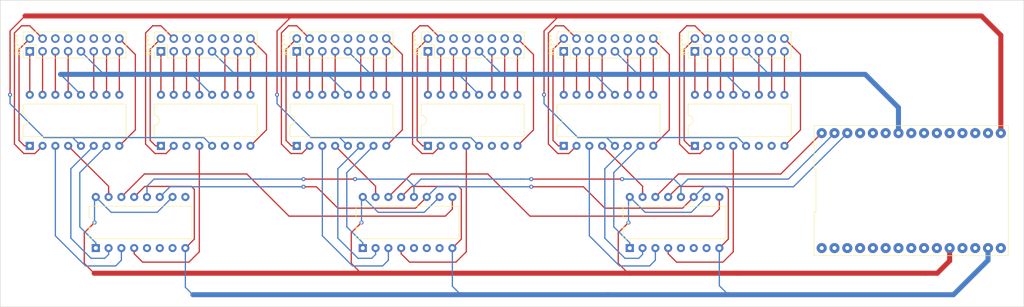
<source format=kicad_pcb>
(kicad_pcb (version 20171130) (host pcbnew "(5.1.4)-1")

  (general
    (thickness 1.6)
    (drawings 4)
    (tracks 409)
    (zones 0)
    (modules 16)
    (nets 1)
  )

  (page A4)
  (layers
    (0 F.Cu signal)
    (31 B.Cu signal)
    (32 B.Adhes user)
    (33 F.Adhes user)
    (34 B.Paste user)
    (35 F.Paste user)
    (36 B.SilkS user)
    (37 F.SilkS user)
    (38 B.Mask user)
    (39 F.Mask user)
    (40 Dwgs.User user)
    (41 Cmts.User user)
    (42 Eco1.User user)
    (43 Eco2.User user)
    (44 Edge.Cuts user)
    (45 Margin user)
    (46 B.CrtYd user)
    (47 F.CrtYd user)
    (48 B.Fab user)
    (49 F.Fab user)
  )

  (setup
    (last_trace_width 0.25)
    (user_trace_width 1)
    (trace_clearance 0.2)
    (zone_clearance 0.508)
    (zone_45_only no)
    (trace_min 0.2)
    (via_size 0.8)
    (via_drill 0.4)
    (via_min_size 0.4)
    (via_min_drill 0.3)
    (uvia_size 0.3)
    (uvia_drill 0.1)
    (uvias_allowed no)
    (uvia_min_size 0.2)
    (uvia_min_drill 0.1)
    (edge_width 0.05)
    (segment_width 0.2)
    (pcb_text_width 0.3)
    (pcb_text_size 1.5 1.5)
    (mod_edge_width 0.12)
    (mod_text_size 1 1)
    (mod_text_width 0.15)
    (pad_size 1.6 1.6)
    (pad_drill 0.8)
    (pad_to_mask_clearance 0.051)
    (solder_mask_min_width 0.25)
    (aux_axis_origin 0 0)
    (grid_origin 45.72 78.74)
    (visible_elements 7FFFFFFF)
    (pcbplotparams
      (layerselection 0x010fc_ffffffff)
      (usegerberextensions false)
      (usegerberattributes false)
      (usegerberadvancedattributes false)
      (creategerberjobfile false)
      (excludeedgelayer true)
      (linewidth 0.100000)
      (plotframeref false)
      (viasonmask false)
      (mode 1)
      (useauxorigin false)
      (hpglpennumber 1)
      (hpglpenspeed 20)
      (hpglpendiameter 15.000000)
      (psnegative false)
      (psa4output false)
      (plotreference true)
      (plotvalue true)
      (plotinvisibletext false)
      (padsonsilk false)
      (subtractmaskfromsilk false)
      (outputformat 1)
      (mirror false)
      (drillshape 0)
      (scaleselection 1)
      (outputdirectory "../Gerbers/"))
  )

  (net 0 "")

  (net_class Default "This is the default net class."
    (clearance 0.2)
    (trace_width 0.25)
    (via_dia 0.8)
    (via_drill 0.4)
    (uvia_dia 0.3)
    (uvia_drill 0.1)
  )

  (module Package_DIP:DIP-16_W10.16mm locked (layer F.Cu) (tedit 5DA9DBC5) (tstamp 5DAAD68D)
    (at 92.628 125.476 90)
    (descr "16-lead though-hole mounted DIP package, row spacing 10.16 mm (400 mils)")
    (tags "THT DIP DIL PDIP 2.54mm 10.16mm 400mil")
    (fp_text reference IC1 (at 5.08 -2.33 90) (layer F.SilkS) hide
      (effects (font (size 1 1) (thickness 0.15)))
    )
    (fp_text value " " (at 5.08 20.11 90) (layer F.Fab) hide
      (effects (font (size 1 1) (thickness 0.15)))
    )
    (fp_arc (start 5.08 -1.33) (end 4.08 -1.33) (angle -180) (layer F.SilkS) (width 0.12))
    (fp_line (start 2.905 -1.27) (end 8.255 -1.27) (layer F.Fab) (width 0.1))
    (fp_line (start 8.255 -1.27) (end 8.255 19.05) (layer F.Fab) (width 0.1))
    (fp_line (start 8.255 19.05) (end 1.905 19.05) (layer F.Fab) (width 0.1))
    (fp_line (start 1.905 19.05) (end 1.905 -0.27) (layer F.Fab) (width 0.1))
    (fp_line (start 1.905 -0.27) (end 2.905 -1.27) (layer F.Fab) (width 0.1))
    (fp_line (start 4.08 -1.33) (end 1.845 -1.33) (layer F.SilkS) (width 0.12))
    (fp_line (start 1.845 -1.33) (end 1.845 19.11) (layer F.SilkS) (width 0.12))
    (fp_line (start 1.845 19.11) (end 8.315 19.11) (layer F.SilkS) (width 0.12))
    (fp_line (start 8.315 19.11) (end 8.315 -1.33) (layer F.SilkS) (width 0.12))
    (fp_line (start 8.315 -1.33) (end 6.08 -1.33) (layer F.SilkS) (width 0.12))
    (fp_line (start -1.05 -1.55) (end -1.05 19.3) (layer F.CrtYd) (width 0.05))
    (fp_line (start -1.05 19.3) (end 11.25 19.3) (layer F.CrtYd) (width 0.05))
    (fp_line (start 11.25 19.3) (end 11.25 -1.55) (layer F.CrtYd) (width 0.05))
    (fp_line (start 11.25 -1.55) (end -1.05 -1.55) (layer F.CrtYd) (width 0.05))
    (fp_text user IC1 (at 5.08 8.89 90) (layer F.Fab)
      (effects (font (size 1 1) (thickness 0.15)))
    )
    (pad QB thru_hole rect (at 0 0 90) (size 1.6 1.6) (drill 0.8) (layers *.Cu *.Mask))
    (pad QH' thru_hole oval (at 10.16 17.78 90) (size 1.6 1.6) (drill 0.8) (layers *.Cu *.Mask))
    (pad QC thru_hole oval (at 0 2.54 90) (size 1.6 1.6) (drill 0.8) (layers *.Cu *.Mask))
    (pad ~SRCLR thru_hole oval (at 10.16 15.24 90) (size 1.6 1.6) (drill 0.8) (layers *.Cu *.Mask))
    (pad QD thru_hole oval (at 0 5.08 90) (size 1.6 1.6) (drill 0.8) (layers *.Cu *.Mask))
    (pad SRCLK thru_hole oval (at 10.16 12.7 90) (size 1.6 1.6) (drill 0.8) (layers *.Cu *.Mask))
    (pad QE thru_hole oval (at 0 7.62 90) (size 1.6 1.6) (drill 0.8) (layers *.Cu *.Mask))
    (pad RCLK thru_hole oval (at 10.16 10.16 90) (size 1.6 1.6) (drill 0.8) (layers *.Cu *.Mask))
    (pad QF thru_hole oval (at 0 10.16 90) (size 1.6 1.6) (drill 0.8) (layers *.Cu *.Mask))
    (pad ~OE thru_hole oval (at 10.16 7.62 90) (size 1.6 1.6) (drill 0.8) (layers *.Cu *.Mask))
    (pad QG thru_hole oval (at 0 12.7 90) (size 1.6 1.6) (drill 0.8) (layers *.Cu *.Mask))
    (pad SER thru_hole oval (at 10.16 5.08 90) (size 1.6 1.6) (drill 0.8) (layers *.Cu *.Mask))
    (pad QH thru_hole oval (at 0 15.24 90) (size 1.6 1.6) (drill 0.8) (layers *.Cu *.Mask))
    (pad QA thru_hole oval (at 10.16 2.54 90) (size 1.6 1.6) (drill 0.8) (layers *.Cu *.Mask))
    (pad GND thru_hole oval (at 0 17.78 90) (size 1.6 1.6) (drill 0.8) (layers *.Cu *.Mask))
    (pad VCC thru_hole oval (at 10.16 0 90) (size 1.6 1.6) (drill 0.8) (layers *.Cu *.Mask))
    (model ${KISYS3DMOD}/Package_DIP.3dshapes/DIP-16_W10.16mm.wrl
      (at (xyz 0 0 0))
      (scale (xyz 1 1 1))
      (rotate (xyz 0 0 0))
    )
  )

  (module Package_DIP:DIP-16_W10.16mm locked (layer F.Cu) (tedit 5DA9DBC5) (tstamp 5DAAD647)
    (at 145.628 125.476 90)
    (descr "16-lead though-hole mounted DIP package, row spacing 10.16 mm (400 mils)")
    (tags "THT DIP DIL PDIP 2.54mm 10.16mm 400mil")
    (fp_text reference IC1 (at 5.08 -2.33 90) (layer F.SilkS) hide
      (effects (font (size 1 1) (thickness 0.15)))
    )
    (fp_text value " " (at 5.08 20.11 90) (layer F.Fab) hide
      (effects (font (size 1 1) (thickness 0.15)))
    )
    (fp_arc (start 5.08 -1.33) (end 4.08 -1.33) (angle -180) (layer F.SilkS) (width 0.12))
    (fp_line (start 2.905 -1.27) (end 8.255 -1.27) (layer F.Fab) (width 0.1))
    (fp_line (start 8.255 -1.27) (end 8.255 19.05) (layer F.Fab) (width 0.1))
    (fp_line (start 8.255 19.05) (end 1.905 19.05) (layer F.Fab) (width 0.1))
    (fp_line (start 1.905 19.05) (end 1.905 -0.27) (layer F.Fab) (width 0.1))
    (fp_line (start 1.905 -0.27) (end 2.905 -1.27) (layer F.Fab) (width 0.1))
    (fp_line (start 4.08 -1.33) (end 1.845 -1.33) (layer F.SilkS) (width 0.12))
    (fp_line (start 1.845 -1.33) (end 1.845 19.11) (layer F.SilkS) (width 0.12))
    (fp_line (start 1.845 19.11) (end 8.315 19.11) (layer F.SilkS) (width 0.12))
    (fp_line (start 8.315 19.11) (end 8.315 -1.33) (layer F.SilkS) (width 0.12))
    (fp_line (start 8.315 -1.33) (end 6.08 -1.33) (layer F.SilkS) (width 0.12))
    (fp_line (start -1.05 -1.55) (end -1.05 19.3) (layer F.CrtYd) (width 0.05))
    (fp_line (start -1.05 19.3) (end 11.25 19.3) (layer F.CrtYd) (width 0.05))
    (fp_line (start 11.25 19.3) (end 11.25 -1.55) (layer F.CrtYd) (width 0.05))
    (fp_line (start 11.25 -1.55) (end -1.05 -1.55) (layer F.CrtYd) (width 0.05))
    (fp_text user IC1 (at 5.08 8.89 90) (layer F.Fab)
      (effects (font (size 1 1) (thickness 0.15)))
    )
    (pad QB thru_hole rect (at 0 0 90) (size 1.6 1.6) (drill 0.8) (layers *.Cu *.Mask))
    (pad QH' thru_hole oval (at 10.16 17.78 90) (size 1.6 1.6) (drill 0.8) (layers *.Cu *.Mask))
    (pad QC thru_hole oval (at 0 2.54 90) (size 1.6 1.6) (drill 0.8) (layers *.Cu *.Mask))
    (pad ~SRCLR thru_hole oval (at 10.16 15.24 90) (size 1.6 1.6) (drill 0.8) (layers *.Cu *.Mask))
    (pad QD thru_hole oval (at 0 5.08 90) (size 1.6 1.6) (drill 0.8) (layers *.Cu *.Mask))
    (pad SRCLK thru_hole oval (at 10.16 12.7 90) (size 1.6 1.6) (drill 0.8) (layers *.Cu *.Mask))
    (pad QE thru_hole oval (at 0 7.62 90) (size 1.6 1.6) (drill 0.8) (layers *.Cu *.Mask))
    (pad RCLK thru_hole oval (at 10.16 10.16 90) (size 1.6 1.6) (drill 0.8) (layers *.Cu *.Mask))
    (pad QF thru_hole oval (at 0 10.16 90) (size 1.6 1.6) (drill 0.8) (layers *.Cu *.Mask))
    (pad ~OE thru_hole oval (at 10.16 7.62 90) (size 1.6 1.6) (drill 0.8) (layers *.Cu *.Mask))
    (pad QG thru_hole oval (at 0 12.7 90) (size 1.6 1.6) (drill 0.8) (layers *.Cu *.Mask))
    (pad SER thru_hole oval (at 10.16 5.08 90) (size 1.6 1.6) (drill 0.8) (layers *.Cu *.Mask))
    (pad QH thru_hole oval (at 0 15.24 90) (size 1.6 1.6) (drill 0.8) (layers *.Cu *.Mask))
    (pad QA thru_hole oval (at 10.16 2.54 90) (size 1.6 1.6) (drill 0.8) (layers *.Cu *.Mask))
    (pad GND thru_hole oval (at 0 17.78 90) (size 1.6 1.6) (drill 0.8) (layers *.Cu *.Mask))
    (pad VCC thru_hole oval (at 10.16 0 90) (size 1.6 1.6) (drill 0.8) (layers *.Cu *.Mask))
    (model ${KISYS3DMOD}/Package_DIP.3dshapes/DIP-16_W10.16mm.wrl
      (at (xyz 0 0 0))
      (scale (xyz 1 1 1))
      (rotate (xyz 0 0 0))
    )
  )

  (module Connector_PinHeader_2.54mm:PinHeader_2x08_P2.54mm_Vertical (layer F.Cu) (tedit 5DA9D04D) (tstamp 5DAAD5DA)
    (at 79.52 86.36 90)
    (descr "Through hole straight pin header, 2x08, 2.54mm pitch, double rows")
    (tags "Through hole pin header THT 2x08 2.54mm double row")
    (fp_text reference REF** (at 1.27 -2.33 90) (layer F.SilkS)
      (effects (font (size 1 1) (thickness 0.15)))
    )
    (fp_text value " " (at 1.27 20.11 90) (layer F.Fab) hide
      (effects (font (size 1 1) (thickness 0.15)))
    )
    (fp_line (start 0 -1.27) (end 3.81 -1.27) (layer F.Fab) (width 0.1))
    (fp_line (start 3.81 -1.27) (end 3.81 19.05) (layer F.Fab) (width 0.1))
    (fp_line (start 3.81 19.05) (end -1.27 19.05) (layer F.Fab) (width 0.1))
    (fp_line (start -1.27 19.05) (end -1.27 0) (layer F.Fab) (width 0.1))
    (fp_line (start -1.27 0) (end 0 -1.27) (layer F.Fab) (width 0.1))
    (fp_line (start -1.33 19.11) (end 3.87 19.11) (layer F.SilkS) (width 0.12))
    (fp_line (start -1.33 1.27) (end -1.33 19.11) (layer F.SilkS) (width 0.12))
    (fp_line (start 3.87 -1.33) (end 3.87 19.11) (layer F.SilkS) (width 0.12))
    (fp_line (start -1.33 1.27) (end 1.27 1.27) (layer F.SilkS) (width 0.12))
    (fp_line (start 1.27 1.27) (end 1.27 -1.33) (layer F.SilkS) (width 0.12))
    (fp_line (start 1.27 -1.33) (end 3.87 -1.33) (layer F.SilkS) (width 0.12))
    (fp_line (start -1.33 0) (end -1.33 -1.33) (layer F.SilkS) (width 0.12))
    (fp_line (start -1.33 -1.33) (end 0 -1.33) (layer F.SilkS) (width 0.12))
    (fp_line (start -1.8 -1.8) (end -1.8 19.55) (layer F.CrtYd) (width 0.05))
    (fp_line (start -1.8 19.55) (end 4.35 19.55) (layer F.CrtYd) (width 0.05))
    (fp_line (start 4.35 19.55) (end 4.35 -1.8) (layer F.CrtYd) (width 0.05))
    (fp_line (start 4.35 -1.8) (end -1.8 -1.8) (layer F.CrtYd) (width 0.05))
    (fp_text user %R (at 1.27 8.89) (layer F.Fab)
      (effects (font (size 1 1) (thickness 0.15)))
    )
    (pad 0 thru_hole rect (at 0 0 90) (size 1.7 1.7) (drill 1) (layers *.Cu *.Mask))
    (pad 8 thru_hole oval (at 2.54 0 90) (size 1.7 1.7) (drill 1) (layers *.Cu *.Mask))
    (pad 1 thru_hole oval (at 0 2.54 90) (size 1.7 1.7) (drill 1) (layers *.Cu *.Mask))
    (pad 9 thru_hole oval (at 2.54 2.54 90) (size 1.7 1.7) (drill 1) (layers *.Cu *.Mask))
    (pad 2 thru_hole oval (at 0 5.08 90) (size 1.7 1.7) (drill 1) (layers *.Cu *.Mask))
    (pad 10 thru_hole oval (at 2.54 5.08 90) (size 1.7 1.7) (drill 1) (layers *.Cu *.Mask))
    (pad 3 thru_hole oval (at 0 7.62 90) (size 1.7 1.7) (drill 1) (layers *.Cu *.Mask))
    (pad 11 thru_hole oval (at 2.54 7.62 90) (size 1.7 1.7) (drill 1) (layers *.Cu *.Mask))
    (pad 4 thru_hole oval (at 0 10.16 90) (size 1.7 1.7) (drill 1) (layers *.Cu *.Mask))
    (pad 12 thru_hole oval (at 2.54 10.16 90) (size 1.7 1.7) (drill 1) (layers *.Cu *.Mask))
    (pad 5 thru_hole oval (at 0 12.7 90) (size 1.7 1.7) (drill 1) (layers *.Cu *.Mask))
    (pad 13 thru_hole oval (at 2.54 12.7 90) (size 1.7 1.7) (drill 1) (layers *.Cu *.Mask))
    (pad 6 thru_hole oval (at 0 15.24 90) (size 1.7 1.7) (drill 1) (layers *.Cu *.Mask))
    (pad 14 thru_hole oval (at 2.54 15.24 90) (size 1.7 1.7) (drill 1) (layers *.Cu *.Mask))
    (pad 7 thru_hole oval (at 0 17.78 90) (size 1.7 1.7) (drill 1) (layers *.Cu *.Mask))
    (pad 15 thru_hole oval (at 2.54 17.78 90) (size 1.7 1.7) (drill 1) (layers *.Cu *.Mask))
    (model ${KISYS3DMOD}/Connector_PinHeader_2.54mm.3dshapes/PinHeader_2x08_P2.54mm_Vertical.wrl
      (at (xyz 0 0 0))
      (scale (xyz 1 1 1))
      (rotate (xyz 0 0 0))
    )
  )

  (module Connector_PinHeader_2.54mm:PinHeader_2x08_P2.54mm_Vertical (layer F.Cu) (tedit 5DA9D04D) (tstamp 5DAAD590)
    (at 132.52 86.36 90)
    (descr "Through hole straight pin header, 2x08, 2.54mm pitch, double rows")
    (tags "Through hole pin header THT 2x08 2.54mm double row")
    (fp_text reference REF** (at 1.27 -2.33 90) (layer F.SilkS)
      (effects (font (size 1 1) (thickness 0.15)))
    )
    (fp_text value " " (at 1.27 20.11 90) (layer F.Fab) hide
      (effects (font (size 1 1) (thickness 0.15)))
    )
    (fp_line (start 0 -1.27) (end 3.81 -1.27) (layer F.Fab) (width 0.1))
    (fp_line (start 3.81 -1.27) (end 3.81 19.05) (layer F.Fab) (width 0.1))
    (fp_line (start 3.81 19.05) (end -1.27 19.05) (layer F.Fab) (width 0.1))
    (fp_line (start -1.27 19.05) (end -1.27 0) (layer F.Fab) (width 0.1))
    (fp_line (start -1.27 0) (end 0 -1.27) (layer F.Fab) (width 0.1))
    (fp_line (start -1.33 19.11) (end 3.87 19.11) (layer F.SilkS) (width 0.12))
    (fp_line (start -1.33 1.27) (end -1.33 19.11) (layer F.SilkS) (width 0.12))
    (fp_line (start 3.87 -1.33) (end 3.87 19.11) (layer F.SilkS) (width 0.12))
    (fp_line (start -1.33 1.27) (end 1.27 1.27) (layer F.SilkS) (width 0.12))
    (fp_line (start 1.27 1.27) (end 1.27 -1.33) (layer F.SilkS) (width 0.12))
    (fp_line (start 1.27 -1.33) (end 3.87 -1.33) (layer F.SilkS) (width 0.12))
    (fp_line (start -1.33 0) (end -1.33 -1.33) (layer F.SilkS) (width 0.12))
    (fp_line (start -1.33 -1.33) (end 0 -1.33) (layer F.SilkS) (width 0.12))
    (fp_line (start -1.8 -1.8) (end -1.8 19.55) (layer F.CrtYd) (width 0.05))
    (fp_line (start -1.8 19.55) (end 4.35 19.55) (layer F.CrtYd) (width 0.05))
    (fp_line (start 4.35 19.55) (end 4.35 -1.8) (layer F.CrtYd) (width 0.05))
    (fp_line (start 4.35 -1.8) (end -1.8 -1.8) (layer F.CrtYd) (width 0.05))
    (fp_text user %R (at 1.27 8.89) (layer F.Fab)
      (effects (font (size 1 1) (thickness 0.15)))
    )
    (pad 0 thru_hole rect (at 0 0 90) (size 1.7 1.7) (drill 1) (layers *.Cu *.Mask))
    (pad 8 thru_hole oval (at 2.54 0 90) (size 1.7 1.7) (drill 1) (layers *.Cu *.Mask))
    (pad 1 thru_hole oval (at 0 2.54 90) (size 1.7 1.7) (drill 1) (layers *.Cu *.Mask))
    (pad 9 thru_hole oval (at 2.54 2.54 90) (size 1.7 1.7) (drill 1) (layers *.Cu *.Mask))
    (pad 2 thru_hole oval (at 0 5.08 90) (size 1.7 1.7) (drill 1) (layers *.Cu *.Mask))
    (pad 10 thru_hole oval (at 2.54 5.08 90) (size 1.7 1.7) (drill 1) (layers *.Cu *.Mask))
    (pad 3 thru_hole oval (at 0 7.62 90) (size 1.7 1.7) (drill 1) (layers *.Cu *.Mask))
    (pad 11 thru_hole oval (at 2.54 7.62 90) (size 1.7 1.7) (drill 1) (layers *.Cu *.Mask))
    (pad 4 thru_hole oval (at 0 10.16 90) (size 1.7 1.7) (drill 1) (layers *.Cu *.Mask))
    (pad 12 thru_hole oval (at 2.54 10.16 90) (size 1.7 1.7) (drill 1) (layers *.Cu *.Mask))
    (pad 5 thru_hole oval (at 0 12.7 90) (size 1.7 1.7) (drill 1) (layers *.Cu *.Mask))
    (pad 13 thru_hole oval (at 2.54 12.7 90) (size 1.7 1.7) (drill 1) (layers *.Cu *.Mask))
    (pad 6 thru_hole oval (at 0 15.24 90) (size 1.7 1.7) (drill 1) (layers *.Cu *.Mask))
    (pad 14 thru_hole oval (at 2.54 15.24 90) (size 1.7 1.7) (drill 1) (layers *.Cu *.Mask))
    (pad 7 thru_hole oval (at 0 17.78 90) (size 1.7 1.7) (drill 1) (layers *.Cu *.Mask))
    (pad 15 thru_hole oval (at 2.54 17.78 90) (size 1.7 1.7) (drill 1) (layers *.Cu *.Mask))
    (model ${KISYS3DMOD}/Connector_PinHeader_2.54mm.3dshapes/PinHeader_2x08_P2.54mm_Vertical.wrl
      (at (xyz 0 0 0))
      (scale (xyz 1 1 1))
      (rotate (xyz 0 0 0))
    )
  )

  (module Connector_PinHeader_2.54mm:PinHeader_2x08_P2.54mm_Vertical (layer F.Cu) (tedit 5DA9D04D) (tstamp 5DAAD521)
    (at 105.555 86.36 90)
    (descr "Through hole straight pin header, 2x08, 2.54mm pitch, double rows")
    (tags "Through hole pin header THT 2x08 2.54mm double row")
    (fp_text reference REF** (at 1.27 -2.33 90) (layer F.SilkS)
      (effects (font (size 1 1) (thickness 0.15)))
    )
    (fp_text value " " (at 1.27 20.11 90) (layer F.Fab) hide
      (effects (font (size 1 1) (thickness 0.15)))
    )
    (fp_text user %R (at 1.27 8.89) (layer F.Fab)
      (effects (font (size 1 1) (thickness 0.15)))
    )
    (fp_line (start 4.35 -1.8) (end -1.8 -1.8) (layer F.CrtYd) (width 0.05))
    (fp_line (start 4.35 19.55) (end 4.35 -1.8) (layer F.CrtYd) (width 0.05))
    (fp_line (start -1.8 19.55) (end 4.35 19.55) (layer F.CrtYd) (width 0.05))
    (fp_line (start -1.8 -1.8) (end -1.8 19.55) (layer F.CrtYd) (width 0.05))
    (fp_line (start -1.33 -1.33) (end 0 -1.33) (layer F.SilkS) (width 0.12))
    (fp_line (start -1.33 0) (end -1.33 -1.33) (layer F.SilkS) (width 0.12))
    (fp_line (start 1.27 -1.33) (end 3.87 -1.33) (layer F.SilkS) (width 0.12))
    (fp_line (start 1.27 1.27) (end 1.27 -1.33) (layer F.SilkS) (width 0.12))
    (fp_line (start -1.33 1.27) (end 1.27 1.27) (layer F.SilkS) (width 0.12))
    (fp_line (start 3.87 -1.33) (end 3.87 19.11) (layer F.SilkS) (width 0.12))
    (fp_line (start -1.33 1.27) (end -1.33 19.11) (layer F.SilkS) (width 0.12))
    (fp_line (start -1.33 19.11) (end 3.87 19.11) (layer F.SilkS) (width 0.12))
    (fp_line (start -1.27 0) (end 0 -1.27) (layer F.Fab) (width 0.1))
    (fp_line (start -1.27 19.05) (end -1.27 0) (layer F.Fab) (width 0.1))
    (fp_line (start 3.81 19.05) (end -1.27 19.05) (layer F.Fab) (width 0.1))
    (fp_line (start 3.81 -1.27) (end 3.81 19.05) (layer F.Fab) (width 0.1))
    (fp_line (start 0 -1.27) (end 3.81 -1.27) (layer F.Fab) (width 0.1))
    (pad 15 thru_hole oval (at 2.54 17.78 90) (size 1.7 1.7) (drill 1) (layers *.Cu *.Mask))
    (pad 7 thru_hole oval (at 0 17.78 90) (size 1.7 1.7) (drill 1) (layers *.Cu *.Mask))
    (pad 14 thru_hole oval (at 2.54 15.24 90) (size 1.7 1.7) (drill 1) (layers *.Cu *.Mask))
    (pad 6 thru_hole oval (at 0 15.24 90) (size 1.7 1.7) (drill 1) (layers *.Cu *.Mask))
    (pad 13 thru_hole oval (at 2.54 12.7 90) (size 1.7 1.7) (drill 1) (layers *.Cu *.Mask))
    (pad 5 thru_hole oval (at 0 12.7 90) (size 1.7 1.7) (drill 1) (layers *.Cu *.Mask))
    (pad 12 thru_hole oval (at 2.54 10.16 90) (size 1.7 1.7) (drill 1) (layers *.Cu *.Mask))
    (pad 4 thru_hole oval (at 0 10.16 90) (size 1.7 1.7) (drill 1) (layers *.Cu *.Mask))
    (pad 11 thru_hole oval (at 2.54 7.62 90) (size 1.7 1.7) (drill 1) (layers *.Cu *.Mask))
    (pad 3 thru_hole oval (at 0 7.62 90) (size 1.7 1.7) (drill 1) (layers *.Cu *.Mask))
    (pad 10 thru_hole oval (at 2.54 5.08 90) (size 1.7 1.7) (drill 1) (layers *.Cu *.Mask))
    (pad 2 thru_hole oval (at 0 5.08 90) (size 1.7 1.7) (drill 1) (layers *.Cu *.Mask))
    (pad 9 thru_hole oval (at 2.54 2.54 90) (size 1.7 1.7) (drill 1) (layers *.Cu *.Mask))
    (pad 1 thru_hole oval (at 0 2.54 90) (size 1.7 1.7) (drill 1) (layers *.Cu *.Mask))
    (pad 8 thru_hole oval (at 2.54 0 90) (size 1.7 1.7) (drill 1) (layers *.Cu *.Mask))
    (pad 0 thru_hole rect (at 0 0 90) (size 1.7 1.7) (drill 1) (layers *.Cu *.Mask))
    (model ${KISYS3DMOD}/Connector_PinHeader_2.54mm.3dshapes/PinHeader_2x08_P2.54mm_Vertical.wrl
      (at (xyz 0 0 0))
      (scale (xyz 1 1 1))
      (rotate (xyz 0 0 0))
    )
  )

  (module Connector_PinHeader_2.54mm:PinHeader_2x08_P2.54mm_Vertical (layer F.Cu) (tedit 5DA9D04D) (tstamp 5DAAD4D7)
    (at 158.555 86.36 90)
    (descr "Through hole straight pin header, 2x08, 2.54mm pitch, double rows")
    (tags "Through hole pin header THT 2x08 2.54mm double row")
    (fp_text reference REF** (at 1.27 -2.33 90) (layer F.SilkS)
      (effects (font (size 1 1) (thickness 0.15)))
    )
    (fp_text value " " (at 1.27 20.11 90) (layer F.Fab) hide
      (effects (font (size 1 1) (thickness 0.15)))
    )
    (fp_text user %R (at 1.27 8.89) (layer F.Fab)
      (effects (font (size 1 1) (thickness 0.15)))
    )
    (fp_line (start 4.35 -1.8) (end -1.8 -1.8) (layer F.CrtYd) (width 0.05))
    (fp_line (start 4.35 19.55) (end 4.35 -1.8) (layer F.CrtYd) (width 0.05))
    (fp_line (start -1.8 19.55) (end 4.35 19.55) (layer F.CrtYd) (width 0.05))
    (fp_line (start -1.8 -1.8) (end -1.8 19.55) (layer F.CrtYd) (width 0.05))
    (fp_line (start -1.33 -1.33) (end 0 -1.33) (layer F.SilkS) (width 0.12))
    (fp_line (start -1.33 0) (end -1.33 -1.33) (layer F.SilkS) (width 0.12))
    (fp_line (start 1.27 -1.33) (end 3.87 -1.33) (layer F.SilkS) (width 0.12))
    (fp_line (start 1.27 1.27) (end 1.27 -1.33) (layer F.SilkS) (width 0.12))
    (fp_line (start -1.33 1.27) (end 1.27 1.27) (layer F.SilkS) (width 0.12))
    (fp_line (start 3.87 -1.33) (end 3.87 19.11) (layer F.SilkS) (width 0.12))
    (fp_line (start -1.33 1.27) (end -1.33 19.11) (layer F.SilkS) (width 0.12))
    (fp_line (start -1.33 19.11) (end 3.87 19.11) (layer F.SilkS) (width 0.12))
    (fp_line (start -1.27 0) (end 0 -1.27) (layer F.Fab) (width 0.1))
    (fp_line (start -1.27 19.05) (end -1.27 0) (layer F.Fab) (width 0.1))
    (fp_line (start 3.81 19.05) (end -1.27 19.05) (layer F.Fab) (width 0.1))
    (fp_line (start 3.81 -1.27) (end 3.81 19.05) (layer F.Fab) (width 0.1))
    (fp_line (start 0 -1.27) (end 3.81 -1.27) (layer F.Fab) (width 0.1))
    (pad 15 thru_hole oval (at 2.54 17.78 90) (size 1.7 1.7) (drill 1) (layers *.Cu *.Mask))
    (pad 7 thru_hole oval (at 0 17.78 90) (size 1.7 1.7) (drill 1) (layers *.Cu *.Mask))
    (pad 14 thru_hole oval (at 2.54 15.24 90) (size 1.7 1.7) (drill 1) (layers *.Cu *.Mask))
    (pad 6 thru_hole oval (at 0 15.24 90) (size 1.7 1.7) (drill 1) (layers *.Cu *.Mask))
    (pad 13 thru_hole oval (at 2.54 12.7 90) (size 1.7 1.7) (drill 1) (layers *.Cu *.Mask))
    (pad 5 thru_hole oval (at 0 12.7 90) (size 1.7 1.7) (drill 1) (layers *.Cu *.Mask))
    (pad 12 thru_hole oval (at 2.54 10.16 90) (size 1.7 1.7) (drill 1) (layers *.Cu *.Mask))
    (pad 4 thru_hole oval (at 0 10.16 90) (size 1.7 1.7) (drill 1) (layers *.Cu *.Mask))
    (pad 11 thru_hole oval (at 2.54 7.62 90) (size 1.7 1.7) (drill 1) (layers *.Cu *.Mask))
    (pad 3 thru_hole oval (at 0 7.62 90) (size 1.7 1.7) (drill 1) (layers *.Cu *.Mask))
    (pad 10 thru_hole oval (at 2.54 5.08 90) (size 1.7 1.7) (drill 1) (layers *.Cu *.Mask))
    (pad 2 thru_hole oval (at 0 5.08 90) (size 1.7 1.7) (drill 1) (layers *.Cu *.Mask))
    (pad 9 thru_hole oval (at 2.54 2.54 90) (size 1.7 1.7) (drill 1) (layers *.Cu *.Mask))
    (pad 1 thru_hole oval (at 0 2.54 90) (size 1.7 1.7) (drill 1) (layers *.Cu *.Mask))
    (pad 8 thru_hole oval (at 2.54 0 90) (size 1.7 1.7) (drill 1) (layers *.Cu *.Mask))
    (pad 0 thru_hole rect (at 0 0 90) (size 1.7 1.7) (drill 1) (layers *.Cu *.Mask))
    (model ${KISYS3DMOD}/Connector_PinHeader_2.54mm.3dshapes/PinHeader_2x08_P2.54mm_Vertical.wrl
      (at (xyz 0 0 0))
      (scale (xyz 1 1 1))
      (rotate (xyz 0 0 0))
    )
  )

  (module Package_DIP:DIP-16_W10.16mm (layer F.Cu) (tedit 5DA9D1FD) (tstamp 5DAAD46C)
    (at 79.52 105.156 90)
    (descr "16-lead though-hole mounted DIP package, row spacing 10.16 mm (400 mils)")
    (tags "THT DIP DIL PDIP 2.54mm 10.16mm 400mil")
    (fp_text reference IC2 (at 5.08 -2.33 90) (layer F.SilkS) hide
      (effects (font (size 1 1) (thickness 0.15)))
    )
    (fp_text value " " (at 5.08 20.11 90) (layer F.Fab) hide
      (effects (font (size 1 1) (thickness 0.15)))
    )
    (fp_text user IC2 (at 5.08 8.89 90) (layer F.Fab)
      (effects (font (size 1 1) (thickness 0.15)))
    )
    (fp_line (start 11.25 -1.55) (end -1.05 -1.55) (layer F.CrtYd) (width 0.05))
    (fp_line (start 11.25 19.3) (end 11.25 -1.55) (layer F.CrtYd) (width 0.05))
    (fp_line (start -1.05 19.3) (end 11.25 19.3) (layer F.CrtYd) (width 0.05))
    (fp_line (start -1.05 -1.55) (end -1.05 19.3) (layer F.CrtYd) (width 0.05))
    (fp_line (start 8.315 -1.33) (end 6.08 -1.33) (layer F.SilkS) (width 0.12))
    (fp_line (start 8.315 19.11) (end 8.315 -1.33) (layer F.SilkS) (width 0.12))
    (fp_line (start 1.845 19.11) (end 8.315 19.11) (layer F.SilkS) (width 0.12))
    (fp_line (start 1.845 -1.33) (end 1.845 19.11) (layer F.SilkS) (width 0.12))
    (fp_line (start 4.08 -1.33) (end 1.845 -1.33) (layer F.SilkS) (width 0.12))
    (fp_line (start 1.905 -0.27) (end 2.905 -1.27) (layer F.Fab) (width 0.1))
    (fp_line (start 1.905 19.05) (end 1.905 -0.27) (layer F.Fab) (width 0.1))
    (fp_line (start 8.255 19.05) (end 1.905 19.05) (layer F.Fab) (width 0.1))
    (fp_line (start 8.255 -1.27) (end 8.255 19.05) (layer F.Fab) (width 0.1))
    (fp_line (start 2.905 -1.27) (end 8.255 -1.27) (layer F.Fab) (width 0.1))
    (fp_arc (start 5.08 -1.33) (end 4.08 -1.33) (angle -180) (layer F.SilkS) (width 0.12))
    (pad OUT_0 thru_hole oval (at 10.16 0 90) (size 1.6 1.6) (drill 0.8) (layers *.Cu *.Mask))
    (pad OUT_2 thru_hole oval (at 0 17.78 90) (size 1.6 1.6) (drill 0.8) (layers *.Cu *.Mask))
    (pad OUT_1 thru_hole oval (at 10.16 2.54 90) (size 1.6 1.6) (drill 0.8) (layers *.Cu *.Mask))
    (pad IN_C thru_hole oval (at 0 15.24 90) (size 1.6 1.6) (drill 0.8) (layers *.Cu *.Mask))
    (pad OUT_5 thru_hole oval (at 10.16 5.08 90) (size 1.6 1.6) (drill 0.8) (layers *.Cu *.Mask))
    (pad IN_B thru_hole oval (at 0 12.7 90) (size 1.6 1.6) (drill 0.8) (layers *.Cu *.Mask))
    (pad OUT_4 thru_hole oval (at 10.16 7.62 90) (size 1.6 1.6) (drill 0.8) (layers *.Cu *.Mask))
    (pad VCC thru_hole oval (at 0 10.16 90) (size 1.6 1.6) (drill 0.8) (layers *.Cu *.Mask))
    (pad GND thru_hole oval (at 10.16 10.16 90) (size 1.6 1.6) (drill 0.8) (layers *.Cu *.Mask))
    (pad IN_D thru_hole oval (at 0 7.62 90) (size 1.6 1.6) (drill 0.8) (layers *.Cu *.Mask))
    (pad OUT_6 thru_hole oval (at 10.16 12.7 90) (size 1.6 1.6) (drill 0.8) (layers *.Cu *.Mask))
    (pad IN_A thru_hole oval (at 0 5.08 90) (size 1.6 1.6) (drill 0.8) (layers *.Cu *.Mask))
    (pad OUT_7 thru_hole oval (at 10.16 15.24 90) (size 1.6 1.6) (drill 0.8) (layers *.Cu *.Mask))
    (pad OUT_9 thru_hole oval (at 0 2.54 90) (size 1.6 1.6) (drill 0.8) (layers *.Cu *.Mask))
    (pad OUT_3 thru_hole oval (at 10.16 17.78 90) (size 1.6 1.6) (drill 0.8) (layers *.Cu *.Mask))
    (pad OUT_8 thru_hole rect (at 0 0 90) (size 1.6 1.6) (drill 0.8) (layers *.Cu *.Mask))
    (model ${KISYS3DMOD}/Package_DIP.3dshapes/DIP-16_W10.16mm.wrl
      (at (xyz 0 0 0))
      (scale (xyz 1 1 1))
      (rotate (xyz 0 0 0))
    )
  )

  (module Package_DIP:DIP-16_W10.16mm (layer F.Cu) (tedit 5DA9D1FD) (tstamp 5DAAD426)
    (at 132.52 105.156 90)
    (descr "16-lead though-hole mounted DIP package, row spacing 10.16 mm (400 mils)")
    (tags "THT DIP DIL PDIP 2.54mm 10.16mm 400mil")
    (fp_text reference IC2 (at 5.08 -2.33 90) (layer F.SilkS) hide
      (effects (font (size 1 1) (thickness 0.15)))
    )
    (fp_text value " " (at 5.08 20.11 90) (layer F.Fab) hide
      (effects (font (size 1 1) (thickness 0.15)))
    )
    (fp_text user IC2 (at 5.08 8.89 90) (layer F.Fab)
      (effects (font (size 1 1) (thickness 0.15)))
    )
    (fp_line (start 11.25 -1.55) (end -1.05 -1.55) (layer F.CrtYd) (width 0.05))
    (fp_line (start 11.25 19.3) (end 11.25 -1.55) (layer F.CrtYd) (width 0.05))
    (fp_line (start -1.05 19.3) (end 11.25 19.3) (layer F.CrtYd) (width 0.05))
    (fp_line (start -1.05 -1.55) (end -1.05 19.3) (layer F.CrtYd) (width 0.05))
    (fp_line (start 8.315 -1.33) (end 6.08 -1.33) (layer F.SilkS) (width 0.12))
    (fp_line (start 8.315 19.11) (end 8.315 -1.33) (layer F.SilkS) (width 0.12))
    (fp_line (start 1.845 19.11) (end 8.315 19.11) (layer F.SilkS) (width 0.12))
    (fp_line (start 1.845 -1.33) (end 1.845 19.11) (layer F.SilkS) (width 0.12))
    (fp_line (start 4.08 -1.33) (end 1.845 -1.33) (layer F.SilkS) (width 0.12))
    (fp_line (start 1.905 -0.27) (end 2.905 -1.27) (layer F.Fab) (width 0.1))
    (fp_line (start 1.905 19.05) (end 1.905 -0.27) (layer F.Fab) (width 0.1))
    (fp_line (start 8.255 19.05) (end 1.905 19.05) (layer F.Fab) (width 0.1))
    (fp_line (start 8.255 -1.27) (end 8.255 19.05) (layer F.Fab) (width 0.1))
    (fp_line (start 2.905 -1.27) (end 8.255 -1.27) (layer F.Fab) (width 0.1))
    (fp_arc (start 5.08 -1.33) (end 4.08 -1.33) (angle -180) (layer F.SilkS) (width 0.12))
    (pad OUT_0 thru_hole oval (at 10.16 0 90) (size 1.6 1.6) (drill 0.8) (layers *.Cu *.Mask))
    (pad OUT_2 thru_hole oval (at 0 17.78 90) (size 1.6 1.6) (drill 0.8) (layers *.Cu *.Mask))
    (pad OUT_1 thru_hole oval (at 10.16 2.54 90) (size 1.6 1.6) (drill 0.8) (layers *.Cu *.Mask))
    (pad IN_C thru_hole oval (at 0 15.24 90) (size 1.6 1.6) (drill 0.8) (layers *.Cu *.Mask))
    (pad OUT_5 thru_hole oval (at 10.16 5.08 90) (size 1.6 1.6) (drill 0.8) (layers *.Cu *.Mask))
    (pad IN_B thru_hole oval (at 0 12.7 90) (size 1.6 1.6) (drill 0.8) (layers *.Cu *.Mask))
    (pad OUT_4 thru_hole oval (at 10.16 7.62 90) (size 1.6 1.6) (drill 0.8) (layers *.Cu *.Mask))
    (pad VCC thru_hole oval (at 0 10.16 90) (size 1.6 1.6) (drill 0.8) (layers *.Cu *.Mask))
    (pad GND thru_hole oval (at 10.16 10.16 90) (size 1.6 1.6) (drill 0.8) (layers *.Cu *.Mask))
    (pad IN_D thru_hole oval (at 0 7.62 90) (size 1.6 1.6) (drill 0.8) (layers *.Cu *.Mask))
    (pad OUT_6 thru_hole oval (at 10.16 12.7 90) (size 1.6 1.6) (drill 0.8) (layers *.Cu *.Mask))
    (pad IN_A thru_hole oval (at 0 5.08 90) (size 1.6 1.6) (drill 0.8) (layers *.Cu *.Mask))
    (pad OUT_7 thru_hole oval (at 10.16 15.24 90) (size 1.6 1.6) (drill 0.8) (layers *.Cu *.Mask))
    (pad OUT_9 thru_hole oval (at 0 2.54 90) (size 1.6 1.6) (drill 0.8) (layers *.Cu *.Mask))
    (pad OUT_3 thru_hole oval (at 10.16 17.78 90) (size 1.6 1.6) (drill 0.8) (layers *.Cu *.Mask))
    (pad OUT_8 thru_hole rect (at 0 0 90) (size 1.6 1.6) (drill 0.8) (layers *.Cu *.Mask))
    (model ${KISYS3DMOD}/Package_DIP.3dshapes/DIP-16_W10.16mm.wrl
      (at (xyz 0 0 0))
      (scale (xyz 1 1 1))
      (rotate (xyz 0 0 0))
    )
  )

  (module Package_DIP:DIP-16_W10.16mm (layer F.Cu) (tedit 5DA9D1FD) (tstamp 5DAAD3BD)
    (at 105.555 105.156 90)
    (descr "16-lead though-hole mounted DIP package, row spacing 10.16 mm (400 mils)")
    (tags "THT DIP DIL PDIP 2.54mm 10.16mm 400mil")
    (fp_text reference IC2 (at 5.08 -2.33 90) (layer F.SilkS) hide
      (effects (font (size 1 1) (thickness 0.15)))
    )
    (fp_text value " " (at 5.08 20.11 90) (layer F.Fab) hide
      (effects (font (size 1 1) (thickness 0.15)))
    )
    (fp_arc (start 5.08 -1.33) (end 4.08 -1.33) (angle -180) (layer F.SilkS) (width 0.12))
    (fp_line (start 2.905 -1.27) (end 8.255 -1.27) (layer F.Fab) (width 0.1))
    (fp_line (start 8.255 -1.27) (end 8.255 19.05) (layer F.Fab) (width 0.1))
    (fp_line (start 8.255 19.05) (end 1.905 19.05) (layer F.Fab) (width 0.1))
    (fp_line (start 1.905 19.05) (end 1.905 -0.27) (layer F.Fab) (width 0.1))
    (fp_line (start 1.905 -0.27) (end 2.905 -1.27) (layer F.Fab) (width 0.1))
    (fp_line (start 4.08 -1.33) (end 1.845 -1.33) (layer F.SilkS) (width 0.12))
    (fp_line (start 1.845 -1.33) (end 1.845 19.11) (layer F.SilkS) (width 0.12))
    (fp_line (start 1.845 19.11) (end 8.315 19.11) (layer F.SilkS) (width 0.12))
    (fp_line (start 8.315 19.11) (end 8.315 -1.33) (layer F.SilkS) (width 0.12))
    (fp_line (start 8.315 -1.33) (end 6.08 -1.33) (layer F.SilkS) (width 0.12))
    (fp_line (start -1.05 -1.55) (end -1.05 19.3) (layer F.CrtYd) (width 0.05))
    (fp_line (start -1.05 19.3) (end 11.25 19.3) (layer F.CrtYd) (width 0.05))
    (fp_line (start 11.25 19.3) (end 11.25 -1.55) (layer F.CrtYd) (width 0.05))
    (fp_line (start 11.25 -1.55) (end -1.05 -1.55) (layer F.CrtYd) (width 0.05))
    (fp_text user IC2 (at 5.08 8.89 90) (layer F.Fab)
      (effects (font (size 1 1) (thickness 0.15)))
    )
    (pad OUT_8 thru_hole rect (at 0 0 90) (size 1.6 1.6) (drill 0.8) (layers *.Cu *.Mask))
    (pad OUT_3 thru_hole oval (at 10.16 17.78 90) (size 1.6 1.6) (drill 0.8) (layers *.Cu *.Mask))
    (pad OUT_9 thru_hole oval (at 0 2.54 90) (size 1.6 1.6) (drill 0.8) (layers *.Cu *.Mask))
    (pad OUT_7 thru_hole oval (at 10.16 15.24 90) (size 1.6 1.6) (drill 0.8) (layers *.Cu *.Mask))
    (pad IN_A thru_hole oval (at 0 5.08 90) (size 1.6 1.6) (drill 0.8) (layers *.Cu *.Mask))
    (pad OUT_6 thru_hole oval (at 10.16 12.7 90) (size 1.6 1.6) (drill 0.8) (layers *.Cu *.Mask))
    (pad IN_D thru_hole oval (at 0 7.62 90) (size 1.6 1.6) (drill 0.8) (layers *.Cu *.Mask))
    (pad GND thru_hole oval (at 10.16 10.16 90) (size 1.6 1.6) (drill 0.8) (layers *.Cu *.Mask))
    (pad VCC thru_hole oval (at 0 10.16 90) (size 1.6 1.6) (drill 0.8) (layers *.Cu *.Mask))
    (pad OUT_4 thru_hole oval (at 10.16 7.62 90) (size 1.6 1.6) (drill 0.8) (layers *.Cu *.Mask))
    (pad IN_B thru_hole oval (at 0 12.7 90) (size 1.6 1.6) (drill 0.8) (layers *.Cu *.Mask))
    (pad OUT_5 thru_hole oval (at 10.16 5.08 90) (size 1.6 1.6) (drill 0.8) (layers *.Cu *.Mask))
    (pad IN_C thru_hole oval (at 0 15.24 90) (size 1.6 1.6) (drill 0.8) (layers *.Cu *.Mask))
    (pad OUT_1 thru_hole oval (at 10.16 2.54 90) (size 1.6 1.6) (drill 0.8) (layers *.Cu *.Mask))
    (pad OUT_2 thru_hole oval (at 0 17.78 90) (size 1.6 1.6) (drill 0.8) (layers *.Cu *.Mask))
    (pad OUT_0 thru_hole oval (at 10.16 0 90) (size 1.6 1.6) (drill 0.8) (layers *.Cu *.Mask))
    (model ${KISYS3DMOD}/Package_DIP.3dshapes/DIP-16_W10.16mm.wrl
      (at (xyz 0 0 0))
      (scale (xyz 1 1 1))
      (rotate (xyz 0 0 0))
    )
  )

  (module Package_DIP:DIP-16_W10.16mm (layer F.Cu) (tedit 5DA9D1FD) (tstamp 5DAAD377)
    (at 158.555 105.156 90)
    (descr "16-lead though-hole mounted DIP package, row spacing 10.16 mm (400 mils)")
    (tags "THT DIP DIL PDIP 2.54mm 10.16mm 400mil")
    (fp_text reference IC2 (at 5.08 -2.33 90) (layer F.SilkS) hide
      (effects (font (size 1 1) (thickness 0.15)))
    )
    (fp_text value " " (at 5.08 20.11 90) (layer F.Fab) hide
      (effects (font (size 1 1) (thickness 0.15)))
    )
    (fp_arc (start 5.08 -1.33) (end 4.08 -1.33) (angle -180) (layer F.SilkS) (width 0.12))
    (fp_line (start 2.905 -1.27) (end 8.255 -1.27) (layer F.Fab) (width 0.1))
    (fp_line (start 8.255 -1.27) (end 8.255 19.05) (layer F.Fab) (width 0.1))
    (fp_line (start 8.255 19.05) (end 1.905 19.05) (layer F.Fab) (width 0.1))
    (fp_line (start 1.905 19.05) (end 1.905 -0.27) (layer F.Fab) (width 0.1))
    (fp_line (start 1.905 -0.27) (end 2.905 -1.27) (layer F.Fab) (width 0.1))
    (fp_line (start 4.08 -1.33) (end 1.845 -1.33) (layer F.SilkS) (width 0.12))
    (fp_line (start 1.845 -1.33) (end 1.845 19.11) (layer F.SilkS) (width 0.12))
    (fp_line (start 1.845 19.11) (end 8.315 19.11) (layer F.SilkS) (width 0.12))
    (fp_line (start 8.315 19.11) (end 8.315 -1.33) (layer F.SilkS) (width 0.12))
    (fp_line (start 8.315 -1.33) (end 6.08 -1.33) (layer F.SilkS) (width 0.12))
    (fp_line (start -1.05 -1.55) (end -1.05 19.3) (layer F.CrtYd) (width 0.05))
    (fp_line (start -1.05 19.3) (end 11.25 19.3) (layer F.CrtYd) (width 0.05))
    (fp_line (start 11.25 19.3) (end 11.25 -1.55) (layer F.CrtYd) (width 0.05))
    (fp_line (start 11.25 -1.55) (end -1.05 -1.55) (layer F.CrtYd) (width 0.05))
    (fp_text user IC2 (at 5.08 8.89 90) (layer F.Fab)
      (effects (font (size 1 1) (thickness 0.15)))
    )
    (pad OUT_8 thru_hole rect (at 0 0 90) (size 1.6 1.6) (drill 0.8) (layers *.Cu *.Mask))
    (pad OUT_3 thru_hole oval (at 10.16 17.78 90) (size 1.6 1.6) (drill 0.8) (layers *.Cu *.Mask))
    (pad OUT_9 thru_hole oval (at 0 2.54 90) (size 1.6 1.6) (drill 0.8) (layers *.Cu *.Mask))
    (pad OUT_7 thru_hole oval (at 10.16 15.24 90) (size 1.6 1.6) (drill 0.8) (layers *.Cu *.Mask))
    (pad IN_A thru_hole oval (at 0 5.08 90) (size 1.6 1.6) (drill 0.8) (layers *.Cu *.Mask))
    (pad OUT_6 thru_hole oval (at 10.16 12.7 90) (size 1.6 1.6) (drill 0.8) (layers *.Cu *.Mask))
    (pad IN_D thru_hole oval (at 0 7.62 90) (size 1.6 1.6) (drill 0.8) (layers *.Cu *.Mask))
    (pad GND thru_hole oval (at 10.16 10.16 90) (size 1.6 1.6) (drill 0.8) (layers *.Cu *.Mask))
    (pad VCC thru_hole oval (at 0 10.16 90) (size 1.6 1.6) (drill 0.8) (layers *.Cu *.Mask))
    (pad OUT_4 thru_hole oval (at 10.16 7.62 90) (size 1.6 1.6) (drill 0.8) (layers *.Cu *.Mask))
    (pad IN_B thru_hole oval (at 0 12.7 90) (size 1.6 1.6) (drill 0.8) (layers *.Cu *.Mask))
    (pad OUT_5 thru_hole oval (at 10.16 5.08 90) (size 1.6 1.6) (drill 0.8) (layers *.Cu *.Mask))
    (pad IN_C thru_hole oval (at 0 15.24 90) (size 1.6 1.6) (drill 0.8) (layers *.Cu *.Mask))
    (pad OUT_1 thru_hole oval (at 10.16 2.54 90) (size 1.6 1.6) (drill 0.8) (layers *.Cu *.Mask))
    (pad OUT_2 thru_hole oval (at 0 17.78 90) (size 1.6 1.6) (drill 0.8) (layers *.Cu *.Mask))
    (pad OUT_0 thru_hole oval (at 10.16 0 90) (size 1.6 1.6) (drill 0.8) (layers *.Cu *.Mask))
    (model ${KISYS3DMOD}/Package_DIP.3dshapes/DIP-16_W10.16mm.wrl
      (at (xyz 0 0 0))
      (scale (xyz 1 1 1))
      (rotate (xyz 0 0 0))
    )
  )

  (module NixieClock:NODEMCU (layer F.Cu) (tedit 5DA9FA07) (tstamp 5DAA91F2)
    (at 254.508 114.046)
    (fp_text reference REF** (at -20.28 0 90) (layer F.SilkS) hide
      (effects (font (size 1 1) (thickness 0.15)))
    )
    (fp_text value "NODE MCU" (at 0 0) (layer F.Fab) hide
      (effects (font (size 1 1) (thickness 0.15)))
    )
    (fp_line (start -19.03 12.68) (end -19.03 -12.68) (layer F.CrtYd) (width 0.05))
    (fp_line (start 19.03 12.68) (end -19.03 12.68) (layer F.CrtYd) (width 0.05))
    (fp_line (start 19.03 -12.68) (end 19.03 12.68) (layer F.CrtYd) (width 0.05))
    (fp_line (start -19.03 -12.68) (end 19.03 -12.68) (layer F.CrtYd) (width 0.05))
    (fp_line (start -19.28 4.309999) (end -19.28 12.929999) (layer F.SilkS) (width 0.12))
    (fp_line (start -18.92 4.309999) (end -19.28 4.309999) (layer F.SilkS) (width 0.12))
    (fp_line (start -18.92 -4.31) (end -18.92 4.309999) (layer F.SilkS) (width 0.12))
    (fp_line (start -19.28 -4.31) (end -18.92 -4.31) (layer F.SilkS) (width 0.12))
    (fp_line (start -19.28 -12.93) (end -19.28 -4.31) (layer F.SilkS) (width 0.12))
    (fp_line (start 19.28 -12.929999) (end -19.28 -12.93) (layer F.SilkS) (width 0.12))
    (fp_line (start 19.28 12.93) (end 19.28 -12.929999) (layer F.SilkS) (width 0.12))
    (fp_line (start -19.28 12.929999) (end 19.28 12.93) (layer F.SilkS) (width 0.12))
    (pad VIN thru_hole circle (at 17.78 11.43) (size 2 2) (drill 0.8) (layers *.Cu *.Mask))
    (pad 3V3 thru_hole circle (at 17.78 -11.43) (size 2 2) (drill 0.8) (layers *.Cu *.Mask))
    (pad GND thru_hole circle (at 15.24 11.43) (size 2 2) (drill 0.8) (layers *.Cu *.Mask))
    (pad GND thru_hole circle (at 15.24 -11.43) (size 2 2) (drill 0.8) (layers *.Cu *.Mask))
    (pad RST thru_hole circle (at 12.7 11.43) (size 2 2) (drill 0.8) (layers *.Cu *.Mask))
    (pad TX thru_hole circle (at 12.7 -11.43) (size 2 2) (drill 0.8) (layers *.Cu *.Mask))
    (pad EN thru_hole circle (at 10.16 11.43) (size 2 2) (drill 0.8) (layers *.Cu *.Mask))
    (pad RX thru_hole circle (at 10.16 -11.43) (size 2 2) (drill 0.8) (layers *.Cu *.Mask))
    (pad 3V3 thru_hole circle (at 7.62 11.43) (size 2 2) (drill 0.8) (layers *.Cu *.Mask))
    (pad D8 thru_hole circle (at 7.62 -11.43) (size 2 2) (drill 0.8) (layers *.Cu *.Mask))
    (pad GND thru_hole circle (at 5.08 11.43) (size 2 2) (drill 0.8) (layers *.Cu *.Mask))
    (pad D7 thru_hole circle (at 5.08 -11.43) (size 2 2) (drill 0.8) (layers *.Cu *.Mask))
    (pad CLK thru_hole circle (at 2.54 11.43) (size 2 2) (drill 0.8) (layers *.Cu *.Mask))
    (pad D6 thru_hole circle (at 2.54 -11.43) (size 2 2) (drill 0.8) (layers *.Cu *.Mask))
    (pad SD08 thru_hole circle (at 0 11.43) (size 2 2) (drill 0.8) (layers *.Cu *.Mask))
    (pad D5 thru_hole circle (at 0 -11.43) (size 2 2) (drill 0.8) (layers *.Cu *.Mask))
    (pad CMD thru_hole circle (at -2.54 11.43) (size 2 2) (drill 0.8) (layers *.Cu *.Mask))
    (pad GND thru_hole circle (at -2.54 -11.43) (size 2 2) (drill 0.8) (layers *.Cu *.Mask))
    (pad SD1 thru_hole circle (at -5.08 11.43) (size 2 2) (drill 0.8) (layers *.Cu *.Mask))
    (pad 3V3 thru_hole circle (at -5.08 -11.43) (size 2 2) (drill 0.8) (layers *.Cu *.Mask))
    (pad SD2 thru_hole circle (at -7.62 11.43) (size 2 2) (drill 0.8) (layers *.Cu *.Mask))
    (pad D4 thru_hole circle (at -7.62 -11.43) (size 2 2) (drill 0.8) (layers *.Cu *.Mask))
    (pad SD3 thru_hole circle (at -10.16 11.43) (size 2 2) (drill 0.8) (layers *.Cu *.Mask))
    (pad D3 thru_hole circle (at -10.16 -11.43) (size 2 2) (drill 0.8) (layers *.Cu *.Mask))
    (pad RSV thru_hole circle (at -12.7 11.43) (size 2 2) (drill 0.8) (layers *.Cu *.Mask))
    (pad D2 thru_hole circle (at -12.7 -11.43) (size 2 2) (drill 0.8) (layers *.Cu *.Mask))
    (pad RSV thru_hole circle (at -15.24 11.43) (size 2 2) (drill 0.8) (layers *.Cu *.Mask))
    (pad D1 thru_hole circle (at -15.24 -11.43) (size 2 2) (drill 0.8) (layers *.Cu *.Mask))
    (pad AD0 thru_hole circle (at -17.78 11.43) (size 2 2) (drill 0.8) (layers *.Cu *.Mask))
    (pad D0 thru_hole circle (at -17.78 -11.43) (size 2 2) (drill 0.8) (layers *.Cu *.Mask))
  )

  (module Package_DIP:DIP-16_W10.16mm (layer F.Cu) (tedit 5DA9D1FD) (tstamp 5DA812F2)
    (at 185.52 105.156 90)
    (descr "16-lead though-hole mounted DIP package, row spacing 10.16 mm (400 mils)")
    (tags "THT DIP DIL PDIP 2.54mm 10.16mm 400mil")
    (fp_text reference IC2 (at 5.08 -2.33 90) (layer F.SilkS) hide
      (effects (font (size 1 1) (thickness 0.15)))
    )
    (fp_text value " " (at 5.08 20.11 90) (layer F.Fab) hide
      (effects (font (size 1 1) (thickness 0.15)))
    )
    (fp_arc (start 5.08 -1.33) (end 4.08 -1.33) (angle -180) (layer F.SilkS) (width 0.12))
    (fp_line (start 2.905 -1.27) (end 8.255 -1.27) (layer F.Fab) (width 0.1))
    (fp_line (start 8.255 -1.27) (end 8.255 19.05) (layer F.Fab) (width 0.1))
    (fp_line (start 8.255 19.05) (end 1.905 19.05) (layer F.Fab) (width 0.1))
    (fp_line (start 1.905 19.05) (end 1.905 -0.27) (layer F.Fab) (width 0.1))
    (fp_line (start 1.905 -0.27) (end 2.905 -1.27) (layer F.Fab) (width 0.1))
    (fp_line (start 4.08 -1.33) (end 1.845 -1.33) (layer F.SilkS) (width 0.12))
    (fp_line (start 1.845 -1.33) (end 1.845 19.11) (layer F.SilkS) (width 0.12))
    (fp_line (start 1.845 19.11) (end 8.315 19.11) (layer F.SilkS) (width 0.12))
    (fp_line (start 8.315 19.11) (end 8.315 -1.33) (layer F.SilkS) (width 0.12))
    (fp_line (start 8.315 -1.33) (end 6.08 -1.33) (layer F.SilkS) (width 0.12))
    (fp_line (start -1.05 -1.55) (end -1.05 19.3) (layer F.CrtYd) (width 0.05))
    (fp_line (start -1.05 19.3) (end 11.25 19.3) (layer F.CrtYd) (width 0.05))
    (fp_line (start 11.25 19.3) (end 11.25 -1.55) (layer F.CrtYd) (width 0.05))
    (fp_line (start 11.25 -1.55) (end -1.05 -1.55) (layer F.CrtYd) (width 0.05))
    (fp_text user IC2 (at 5.08 8.89 90) (layer F.Fab)
      (effects (font (size 1 1) (thickness 0.15)))
    )
    (pad OUT_8 thru_hole rect (at 0 0 90) (size 1.6 1.6) (drill 0.8) (layers *.Cu *.Mask))
    (pad OUT_3 thru_hole oval (at 10.16 17.78 90) (size 1.6 1.6) (drill 0.8) (layers *.Cu *.Mask))
    (pad OUT_9 thru_hole oval (at 0 2.54 90) (size 1.6 1.6) (drill 0.8) (layers *.Cu *.Mask))
    (pad OUT_7 thru_hole oval (at 10.16 15.24 90) (size 1.6 1.6) (drill 0.8) (layers *.Cu *.Mask))
    (pad IN_A thru_hole oval (at 0 5.08 90) (size 1.6 1.6) (drill 0.8) (layers *.Cu *.Mask))
    (pad OUT_6 thru_hole oval (at 10.16 12.7 90) (size 1.6 1.6) (drill 0.8) (layers *.Cu *.Mask))
    (pad IN_D thru_hole oval (at 0 7.62 90) (size 1.6 1.6) (drill 0.8) (layers *.Cu *.Mask))
    (pad GND thru_hole oval (at 10.16 10.16 90) (size 1.6 1.6) (drill 0.8) (layers *.Cu *.Mask))
    (pad VCC thru_hole oval (at 0 10.16 90) (size 1.6 1.6) (drill 0.8) (layers *.Cu *.Mask))
    (pad OUT_4 thru_hole oval (at 10.16 7.62 90) (size 1.6 1.6) (drill 0.8) (layers *.Cu *.Mask))
    (pad IN_B thru_hole oval (at 0 12.7 90) (size 1.6 1.6) (drill 0.8) (layers *.Cu *.Mask))
    (pad OUT_5 thru_hole oval (at 10.16 5.08 90) (size 1.6 1.6) (drill 0.8) (layers *.Cu *.Mask))
    (pad IN_C thru_hole oval (at 0 15.24 90) (size 1.6 1.6) (drill 0.8) (layers *.Cu *.Mask))
    (pad OUT_1 thru_hole oval (at 10.16 2.54 90) (size 1.6 1.6) (drill 0.8) (layers *.Cu *.Mask))
    (pad OUT_2 thru_hole oval (at 0 17.78 90) (size 1.6 1.6) (drill 0.8) (layers *.Cu *.Mask))
    (pad OUT_0 thru_hole oval (at 10.16 0 90) (size 1.6 1.6) (drill 0.8) (layers *.Cu *.Mask))
    (model ${KISYS3DMOD}/Package_DIP.3dshapes/DIP-16_W10.16mm.wrl
      (at (xyz 0 0 0))
      (scale (xyz 1 1 1))
      (rotate (xyz 0 0 0))
    )
  )

  (module Package_DIP:DIP-16_W10.16mm (layer F.Cu) (tedit 5DA9D1FD) (tstamp 5DA9F0EE)
    (at 211.555 105.156 90)
    (descr "16-lead though-hole mounted DIP package, row spacing 10.16 mm (400 mils)")
    (tags "THT DIP DIL PDIP 2.54mm 10.16mm 400mil")
    (fp_text reference IC2 (at 5.08 -2.33 90) (layer F.SilkS) hide
      (effects (font (size 1 1) (thickness 0.15)))
    )
    (fp_text value " " (at 5.08 20.11 90) (layer F.Fab) hide
      (effects (font (size 1 1) (thickness 0.15)))
    )
    (fp_text user IC2 (at 5.08 8.89 90) (layer F.Fab)
      (effects (font (size 1 1) (thickness 0.15)))
    )
    (fp_line (start 11.25 -1.55) (end -1.05 -1.55) (layer F.CrtYd) (width 0.05))
    (fp_line (start 11.25 19.3) (end 11.25 -1.55) (layer F.CrtYd) (width 0.05))
    (fp_line (start -1.05 19.3) (end 11.25 19.3) (layer F.CrtYd) (width 0.05))
    (fp_line (start -1.05 -1.55) (end -1.05 19.3) (layer F.CrtYd) (width 0.05))
    (fp_line (start 8.315 -1.33) (end 6.08 -1.33) (layer F.SilkS) (width 0.12))
    (fp_line (start 8.315 19.11) (end 8.315 -1.33) (layer F.SilkS) (width 0.12))
    (fp_line (start 1.845 19.11) (end 8.315 19.11) (layer F.SilkS) (width 0.12))
    (fp_line (start 1.845 -1.33) (end 1.845 19.11) (layer F.SilkS) (width 0.12))
    (fp_line (start 4.08 -1.33) (end 1.845 -1.33) (layer F.SilkS) (width 0.12))
    (fp_line (start 1.905 -0.27) (end 2.905 -1.27) (layer F.Fab) (width 0.1))
    (fp_line (start 1.905 19.05) (end 1.905 -0.27) (layer F.Fab) (width 0.1))
    (fp_line (start 8.255 19.05) (end 1.905 19.05) (layer F.Fab) (width 0.1))
    (fp_line (start 8.255 -1.27) (end 8.255 19.05) (layer F.Fab) (width 0.1))
    (fp_line (start 2.905 -1.27) (end 8.255 -1.27) (layer F.Fab) (width 0.1))
    (fp_arc (start 5.08 -1.33) (end 4.08 -1.33) (angle -180) (layer F.SilkS) (width 0.12))
    (pad OUT_0 thru_hole oval (at 10.16 0 90) (size 1.6 1.6) (drill 0.8) (layers *.Cu *.Mask))
    (pad OUT_2 thru_hole oval (at 0 17.78 90) (size 1.6 1.6) (drill 0.8) (layers *.Cu *.Mask))
    (pad OUT_1 thru_hole oval (at 10.16 2.54 90) (size 1.6 1.6) (drill 0.8) (layers *.Cu *.Mask))
    (pad IN_C thru_hole oval (at 0 15.24 90) (size 1.6 1.6) (drill 0.8) (layers *.Cu *.Mask))
    (pad OUT_5 thru_hole oval (at 10.16 5.08 90) (size 1.6 1.6) (drill 0.8) (layers *.Cu *.Mask))
    (pad IN_B thru_hole oval (at 0 12.7 90) (size 1.6 1.6) (drill 0.8) (layers *.Cu *.Mask))
    (pad OUT_4 thru_hole oval (at 10.16 7.62 90) (size 1.6 1.6) (drill 0.8) (layers *.Cu *.Mask))
    (pad VCC thru_hole oval (at 0 10.16 90) (size 1.6 1.6) (drill 0.8) (layers *.Cu *.Mask))
    (pad GND thru_hole oval (at 10.16 10.16 90) (size 1.6 1.6) (drill 0.8) (layers *.Cu *.Mask))
    (pad IN_D thru_hole oval (at 0 7.62 90) (size 1.6 1.6) (drill 0.8) (layers *.Cu *.Mask))
    (pad OUT_6 thru_hole oval (at 10.16 12.7 90) (size 1.6 1.6) (drill 0.8) (layers *.Cu *.Mask))
    (pad IN_A thru_hole oval (at 0 5.08 90) (size 1.6 1.6) (drill 0.8) (layers *.Cu *.Mask))
    (pad OUT_7 thru_hole oval (at 10.16 15.24 90) (size 1.6 1.6) (drill 0.8) (layers *.Cu *.Mask))
    (pad OUT_9 thru_hole oval (at 0 2.54 90) (size 1.6 1.6) (drill 0.8) (layers *.Cu *.Mask))
    (pad OUT_3 thru_hole oval (at 10.16 17.78 90) (size 1.6 1.6) (drill 0.8) (layers *.Cu *.Mask))
    (pad OUT_8 thru_hole rect (at 0 0 90) (size 1.6 1.6) (drill 0.8) (layers *.Cu *.Mask))
    (model ${KISYS3DMOD}/Package_DIP.3dshapes/DIP-16_W10.16mm.wrl
      (at (xyz 0 0 0))
      (scale (xyz 1 1 1))
      (rotate (xyz 0 0 0))
    )
  )

  (module Connector_PinHeader_2.54mm:PinHeader_2x08_P2.54mm_Vertical (layer F.Cu) (tedit 5DA9D04D) (tstamp 5DA9F111)
    (at 211.555 86.36 90)
    (descr "Through hole straight pin header, 2x08, 2.54mm pitch, double rows")
    (tags "Through hole pin header THT 2x08 2.54mm double row")
    (fp_text reference REF** (at 1.27 -2.33 90) (layer F.SilkS)
      (effects (font (size 1 1) (thickness 0.15)))
    )
    (fp_text value " " (at 1.27 20.11 90) (layer F.Fab) hide
      (effects (font (size 1 1) (thickness 0.15)))
    )
    (fp_line (start 0 -1.27) (end 3.81 -1.27) (layer F.Fab) (width 0.1))
    (fp_line (start 3.81 -1.27) (end 3.81 19.05) (layer F.Fab) (width 0.1))
    (fp_line (start 3.81 19.05) (end -1.27 19.05) (layer F.Fab) (width 0.1))
    (fp_line (start -1.27 19.05) (end -1.27 0) (layer F.Fab) (width 0.1))
    (fp_line (start -1.27 0) (end 0 -1.27) (layer F.Fab) (width 0.1))
    (fp_line (start -1.33 19.11) (end 3.87 19.11) (layer F.SilkS) (width 0.12))
    (fp_line (start -1.33 1.27) (end -1.33 19.11) (layer F.SilkS) (width 0.12))
    (fp_line (start 3.87 -1.33) (end 3.87 19.11) (layer F.SilkS) (width 0.12))
    (fp_line (start -1.33 1.27) (end 1.27 1.27) (layer F.SilkS) (width 0.12))
    (fp_line (start 1.27 1.27) (end 1.27 -1.33) (layer F.SilkS) (width 0.12))
    (fp_line (start 1.27 -1.33) (end 3.87 -1.33) (layer F.SilkS) (width 0.12))
    (fp_line (start -1.33 0) (end -1.33 -1.33) (layer F.SilkS) (width 0.12))
    (fp_line (start -1.33 -1.33) (end 0 -1.33) (layer F.SilkS) (width 0.12))
    (fp_line (start -1.8 -1.8) (end -1.8 19.55) (layer F.CrtYd) (width 0.05))
    (fp_line (start -1.8 19.55) (end 4.35 19.55) (layer F.CrtYd) (width 0.05))
    (fp_line (start 4.35 19.55) (end 4.35 -1.8) (layer F.CrtYd) (width 0.05))
    (fp_line (start 4.35 -1.8) (end -1.8 -1.8) (layer F.CrtYd) (width 0.05))
    (fp_text user %R (at 1.27 8.89) (layer F.Fab)
      (effects (font (size 1 1) (thickness 0.15)))
    )
    (pad 0 thru_hole rect (at 0 0 90) (size 1.7 1.7) (drill 1) (layers *.Cu *.Mask))
    (pad 8 thru_hole oval (at 2.54 0 90) (size 1.7 1.7) (drill 1) (layers *.Cu *.Mask))
    (pad 1 thru_hole oval (at 0 2.54 90) (size 1.7 1.7) (drill 1) (layers *.Cu *.Mask))
    (pad 9 thru_hole oval (at 2.54 2.54 90) (size 1.7 1.7) (drill 1) (layers *.Cu *.Mask))
    (pad 2 thru_hole oval (at 0 5.08 90) (size 1.7 1.7) (drill 1) (layers *.Cu *.Mask))
    (pad 10 thru_hole oval (at 2.54 5.08 90) (size 1.7 1.7) (drill 1) (layers *.Cu *.Mask))
    (pad 3 thru_hole oval (at 0 7.62 90) (size 1.7 1.7) (drill 1) (layers *.Cu *.Mask))
    (pad 11 thru_hole oval (at 2.54 7.62 90) (size 1.7 1.7) (drill 1) (layers *.Cu *.Mask))
    (pad 4 thru_hole oval (at 0 10.16 90) (size 1.7 1.7) (drill 1) (layers *.Cu *.Mask))
    (pad 12 thru_hole oval (at 2.54 10.16 90) (size 1.7 1.7) (drill 1) (layers *.Cu *.Mask))
    (pad 5 thru_hole oval (at 0 12.7 90) (size 1.7 1.7) (drill 1) (layers *.Cu *.Mask))
    (pad 13 thru_hole oval (at 2.54 12.7 90) (size 1.7 1.7) (drill 1) (layers *.Cu *.Mask))
    (pad 6 thru_hole oval (at 0 15.24 90) (size 1.7 1.7) (drill 1) (layers *.Cu *.Mask))
    (pad 14 thru_hole oval (at 2.54 15.24 90) (size 1.7 1.7) (drill 1) (layers *.Cu *.Mask))
    (pad 7 thru_hole oval (at 0 17.78 90) (size 1.7 1.7) (drill 1) (layers *.Cu *.Mask))
    (pad 15 thru_hole oval (at 2.54 17.78 90) (size 1.7 1.7) (drill 1) (layers *.Cu *.Mask))
    (model ${KISYS3DMOD}/Connector_PinHeader_2.54mm.3dshapes/PinHeader_2x08_P2.54mm_Vertical.wrl
      (at (xyz 0 0 0))
      (scale (xyz 1 1 1))
      (rotate (xyz 0 0 0))
    )
  )

  (module Connector_PinHeader_2.54mm:PinHeader_2x08_P2.54mm_Vertical (layer F.Cu) (tedit 5DA9D04D) (tstamp 5DA91AB1)
    (at 185.52 86.36 90)
    (descr "Through hole straight pin header, 2x08, 2.54mm pitch, double rows")
    (tags "Through hole pin header THT 2x08 2.54mm double row")
    (fp_text reference REF** (at 1.27 -2.33 90) (layer F.SilkS)
      (effects (font (size 1 1) (thickness 0.15)))
    )
    (fp_text value " " (at 1.27 20.11 90) (layer F.Fab) hide
      (effects (font (size 1 1) (thickness 0.15)))
    )
    (fp_text user %R (at 1.27 8.89) (layer F.Fab)
      (effects (font (size 1 1) (thickness 0.15)))
    )
    (fp_line (start 4.35 -1.8) (end -1.8 -1.8) (layer F.CrtYd) (width 0.05))
    (fp_line (start 4.35 19.55) (end 4.35 -1.8) (layer F.CrtYd) (width 0.05))
    (fp_line (start -1.8 19.55) (end 4.35 19.55) (layer F.CrtYd) (width 0.05))
    (fp_line (start -1.8 -1.8) (end -1.8 19.55) (layer F.CrtYd) (width 0.05))
    (fp_line (start -1.33 -1.33) (end 0 -1.33) (layer F.SilkS) (width 0.12))
    (fp_line (start -1.33 0) (end -1.33 -1.33) (layer F.SilkS) (width 0.12))
    (fp_line (start 1.27 -1.33) (end 3.87 -1.33) (layer F.SilkS) (width 0.12))
    (fp_line (start 1.27 1.27) (end 1.27 -1.33) (layer F.SilkS) (width 0.12))
    (fp_line (start -1.33 1.27) (end 1.27 1.27) (layer F.SilkS) (width 0.12))
    (fp_line (start 3.87 -1.33) (end 3.87 19.11) (layer F.SilkS) (width 0.12))
    (fp_line (start -1.33 1.27) (end -1.33 19.11) (layer F.SilkS) (width 0.12))
    (fp_line (start -1.33 19.11) (end 3.87 19.11) (layer F.SilkS) (width 0.12))
    (fp_line (start -1.27 0) (end 0 -1.27) (layer F.Fab) (width 0.1))
    (fp_line (start -1.27 19.05) (end -1.27 0) (layer F.Fab) (width 0.1))
    (fp_line (start 3.81 19.05) (end -1.27 19.05) (layer F.Fab) (width 0.1))
    (fp_line (start 3.81 -1.27) (end 3.81 19.05) (layer F.Fab) (width 0.1))
    (fp_line (start 0 -1.27) (end 3.81 -1.27) (layer F.Fab) (width 0.1))
    (pad 15 thru_hole oval (at 2.54 17.78 90) (size 1.7 1.7) (drill 1) (layers *.Cu *.Mask))
    (pad 7 thru_hole oval (at 0 17.78 90) (size 1.7 1.7) (drill 1) (layers *.Cu *.Mask))
    (pad 14 thru_hole oval (at 2.54 15.24 90) (size 1.7 1.7) (drill 1) (layers *.Cu *.Mask))
    (pad 6 thru_hole oval (at 0 15.24 90) (size 1.7 1.7) (drill 1) (layers *.Cu *.Mask))
    (pad 13 thru_hole oval (at 2.54 12.7 90) (size 1.7 1.7) (drill 1) (layers *.Cu *.Mask))
    (pad 5 thru_hole oval (at 0 12.7 90) (size 1.7 1.7) (drill 1) (layers *.Cu *.Mask))
    (pad 12 thru_hole oval (at 2.54 10.16 90) (size 1.7 1.7) (drill 1) (layers *.Cu *.Mask))
    (pad 4 thru_hole oval (at 0 10.16 90) (size 1.7 1.7) (drill 1) (layers *.Cu *.Mask))
    (pad 11 thru_hole oval (at 2.54 7.62 90) (size 1.7 1.7) (drill 1) (layers *.Cu *.Mask))
    (pad 3 thru_hole oval (at 0 7.62 90) (size 1.7 1.7) (drill 1) (layers *.Cu *.Mask))
    (pad 10 thru_hole oval (at 2.54 5.08 90) (size 1.7 1.7) (drill 1) (layers *.Cu *.Mask))
    (pad 2 thru_hole oval (at 0 5.08 90) (size 1.7 1.7) (drill 1) (layers *.Cu *.Mask))
    (pad 9 thru_hole oval (at 2.54 2.54 90) (size 1.7 1.7) (drill 1) (layers *.Cu *.Mask))
    (pad 1 thru_hole oval (at 0 2.54 90) (size 1.7 1.7) (drill 1) (layers *.Cu *.Mask))
    (pad 8 thru_hole oval (at 2.54 0 90) (size 1.7 1.7) (drill 1) (layers *.Cu *.Mask))
    (pad 0 thru_hole rect (at 0 0 90) (size 1.7 1.7) (drill 1) (layers *.Cu *.Mask))
    (model ${KISYS3DMOD}/Connector_PinHeader_2.54mm.3dshapes/PinHeader_2x08_P2.54mm_Vertical.wrl
      (at (xyz 0 0 0))
      (scale (xyz 1 1 1))
      (rotate (xyz 0 0 0))
    )
  )

  (module Package_DIP:DIP-16_W10.16mm locked (layer F.Cu) (tedit 5DA9DBC5) (tstamp 5DA84293)
    (at 198.628 125.476 90)
    (descr "16-lead though-hole mounted DIP package, row spacing 10.16 mm (400 mils)")
    (tags "THT DIP DIL PDIP 2.54mm 10.16mm 400mil")
    (fp_text reference IC1 (at 5.08 -2.33 90) (layer F.SilkS) hide
      (effects (font (size 1 1) (thickness 0.15)))
    )
    (fp_text value " " (at 5.08 20.11 90) (layer F.Fab) hide
      (effects (font (size 1 1) (thickness 0.15)))
    )
    (fp_text user IC1 (at 5.08 8.89 90) (layer F.Fab)
      (effects (font (size 1 1) (thickness 0.15)))
    )
    (fp_line (start 11.25 -1.55) (end -1.05 -1.55) (layer F.CrtYd) (width 0.05))
    (fp_line (start 11.25 19.3) (end 11.25 -1.55) (layer F.CrtYd) (width 0.05))
    (fp_line (start -1.05 19.3) (end 11.25 19.3) (layer F.CrtYd) (width 0.05))
    (fp_line (start -1.05 -1.55) (end -1.05 19.3) (layer F.CrtYd) (width 0.05))
    (fp_line (start 8.315 -1.33) (end 6.08 -1.33) (layer F.SilkS) (width 0.12))
    (fp_line (start 8.315 19.11) (end 8.315 -1.33) (layer F.SilkS) (width 0.12))
    (fp_line (start 1.845 19.11) (end 8.315 19.11) (layer F.SilkS) (width 0.12))
    (fp_line (start 1.845 -1.33) (end 1.845 19.11) (layer F.SilkS) (width 0.12))
    (fp_line (start 4.08 -1.33) (end 1.845 -1.33) (layer F.SilkS) (width 0.12))
    (fp_line (start 1.905 -0.27) (end 2.905 -1.27) (layer F.Fab) (width 0.1))
    (fp_line (start 1.905 19.05) (end 1.905 -0.27) (layer F.Fab) (width 0.1))
    (fp_line (start 8.255 19.05) (end 1.905 19.05) (layer F.Fab) (width 0.1))
    (fp_line (start 8.255 -1.27) (end 8.255 19.05) (layer F.Fab) (width 0.1))
    (fp_line (start 2.905 -1.27) (end 8.255 -1.27) (layer F.Fab) (width 0.1))
    (fp_arc (start 5.08 -1.33) (end 4.08 -1.33) (angle -180) (layer F.SilkS) (width 0.12))
    (pad VCC thru_hole oval (at 10.16 0 90) (size 1.6 1.6) (drill 0.8) (layers *.Cu *.Mask))
    (pad GND thru_hole oval (at 0 17.78 90) (size 1.6 1.6) (drill 0.8) (layers *.Cu *.Mask))
    (pad QA thru_hole oval (at 10.16 2.54 90) (size 1.6 1.6) (drill 0.8) (layers *.Cu *.Mask))
    (pad QH thru_hole oval (at 0 15.24 90) (size 1.6 1.6) (drill 0.8) (layers *.Cu *.Mask))
    (pad SER thru_hole oval (at 10.16 5.08 90) (size 1.6 1.6) (drill 0.8) (layers *.Cu *.Mask))
    (pad QG thru_hole oval (at 0 12.7 90) (size 1.6 1.6) (drill 0.8) (layers *.Cu *.Mask))
    (pad ~OE thru_hole oval (at 10.16 7.62 90) (size 1.6 1.6) (drill 0.8) (layers *.Cu *.Mask))
    (pad QF thru_hole oval (at 0 10.16 90) (size 1.6 1.6) (drill 0.8) (layers *.Cu *.Mask))
    (pad RCLK thru_hole oval (at 10.16 10.16 90) (size 1.6 1.6) (drill 0.8) (layers *.Cu *.Mask))
    (pad QE thru_hole oval (at 0 7.62 90) (size 1.6 1.6) (drill 0.8) (layers *.Cu *.Mask))
    (pad SRCLK thru_hole oval (at 10.16 12.7 90) (size 1.6 1.6) (drill 0.8) (layers *.Cu *.Mask))
    (pad QD thru_hole oval (at 0 5.08 90) (size 1.6 1.6) (drill 0.8) (layers *.Cu *.Mask))
    (pad ~SRCLR thru_hole oval (at 10.16 15.24 90) (size 1.6 1.6) (drill 0.8) (layers *.Cu *.Mask))
    (pad QC thru_hole oval (at 0 2.54 90) (size 1.6 1.6) (drill 0.8) (layers *.Cu *.Mask))
    (pad QH' thru_hole oval (at 10.16 17.78 90) (size 1.6 1.6) (drill 0.8) (layers *.Cu *.Mask))
    (pad QB thru_hole rect (at 0 0 90) (size 1.6 1.6) (drill 0.8) (layers *.Cu *.Mask))
    (model ${KISYS3DMOD}/Package_DIP.3dshapes/DIP-16_W10.16mm.wrl
      (at (xyz 0 0 0))
      (scale (xyz 1 1 1))
      (rotate (xyz 0 0 0))
    )
  )

  (gr_line (start 73.66 76.2) (end 73.66 137.16) (layer Edge.Cuts) (width 0.1))
  (gr_line (start 73.66 137.16) (end 276.86 137.16) (layer Edge.Cuts) (width 0.1))
  (gr_line (start 276.86 76.2) (end 73.66 76.2) (layer Edge.Cuts) (width 0.1))
  (gr_line (start 276.86 137.16) (end 276.86 76.2) (layer Edge.Cuts) (width 0.1))

  (segment (start 190.6 104.748) (end 190.6 105.156) (width 0.25) (layer F.Cu) (net 0))
  (via (at 197.104 111.76) (size 0.8) (drill 0.4) (layers F.Cu B.Cu) (net 0))
  (segment (start 184.47 105.156) (end 183.388 104.074) (width 0.25) (layer F.Cu) (net 0))
  (segment (start 185.52 105.156) (end 184.47 105.156) (width 0.25) (layer F.Cu) (net 0))
  (segment (start 188.06 105.156) (end 186.5376 106.6784) (width 0.25) (layer F.Cu) (net 0))
  (segment (start 186.5376 106.6784) (end 184.3516 106.6784) (width 0.25) (layer F.Cu) (net 0))
  (segment (start 184.3516 106.6784) (end 182.4736 104.8004) (width 0.25) (layer F.Cu) (net 0))
  (segment (start 183.896 81.28) (end 183.896 81.28) (width 0.25) (layer F.Cu) (net 0) (tstamp 5DA9263E))
  (segment (start 185.52 94.996) (end 185.52 86.36) (width 0.25) (layer F.Cu) (net 0))
  (segment (start 188.06 94.996) (end 188.06 86.36) (width 0.25) (layer F.Cu) (net 0))
  (segment (start 190.6 94.996) (end 190.6 86.36) (width 0.25) (layer F.Cu) (net 0))
  (segment (start 193.14 93.86463) (end 193.14 86.36) (width 0.25) (layer F.Cu) (net 0))
  (segment (start 193.14 94.996) (end 193.14 93.86463) (width 0.25) (layer F.Cu) (net 0))
  (segment (start 198.22 88.9) (end 198.22 86.36) (width 0.25) (layer F.Cu) (net 0))
  (segment (start 198.22 94.996) (end 198.22 88.9) (width 0.25) (layer F.Cu) (net 0))
  (segment (start 200.76 94.996) (end 200.76 86.36) (width 0.25) (layer F.Cu) (net 0))
  (segment (start 203.3 93.86463) (end 203.3 86.36) (width 0.25) (layer F.Cu) (net 0))
  (segment (start 203.3 94.996) (end 203.3 93.86463) (width 0.25) (layer F.Cu) (net 0))
  (segment (start 203.3 105.156) (end 206.475 101.981) (width 0.25) (layer F.Cu) (net 0))
  (segment (start 206.475 86.995) (end 203.3 83.82) (width 0.25) (layer F.Cu) (net 0))
  (segment (start 206.475 101.981) (end 206.475 86.995) (width 0.25) (layer F.Cu) (net 0))
  (segment (start 183.388 85.952) (end 185.52 83.82) (width 0.25) (layer F.Cu) (net 0))
  (segment (start 183.388 104.074) (end 183.388 85.952) (width 0.25) (layer F.Cu) (net 0))
  (segment (start 185.52 81.28) (end 188.06 83.82) (width 0.25) (layer F.Cu) (net 0))
  (segment (start 183.896 81.28) (end 185.52 81.28) (width 0.25) (layer F.Cu) (net 0))
  (segment (start 182.4736 104.8004) (end 182.4736 82.7024) (width 0.25) (layer F.Cu) (net 0))
  (segment (start 182.4736 82.7024) (end 183.896 81.28) (width 0.25) (layer F.Cu) (net 0))
  (segment (start 229.335 94.996) (end 229.335 93.86463) (width 0.25) (layer F.Cu) (net 0) (tstamp 5DA9F0EA))
  (segment (start 216.635 94.996) (end 216.635 86.36) (width 0.25) (layer F.Cu) (net 0) (tstamp 5DA9F0EB))
  (segment (start 229.335 93.86463) (end 229.335 86.36) (width 0.25) (layer F.Cu) (net 0) (tstamp 5DA9F0EC))
  (segment (start 211.555 94.996) (end 211.555 86.36) (width 0.25) (layer F.Cu) (net 0) (tstamp 5DA9F0ED))
  (segment (start 216.635 104.748) (end 216.635 105.156) (width 0.25) (layer F.Cu) (net 0) (tstamp 5DA9F139))
  (segment (start 219.175 93.86463) (end 219.175 86.36) (width 0.25) (layer F.Cu) (net 0) (tstamp 5DA9F142))
  (segment (start 219.175 94.996) (end 219.175 93.86463) (width 0.25) (layer F.Cu) (net 0) (tstamp 5DA9F143))
  (segment (start 211.555 81.28) (end 214.095 83.82) (width 0.25) (layer F.Cu) (net 0) (tstamp 5DA9F144))
  (segment (start 226.795 94.996) (end 226.795 86.36) (width 0.25) (layer F.Cu) (net 0) (tstamp 5DA9F145))
  (segment (start 209.423 85.952) (end 211.555 83.82) (width 0.25) (layer F.Cu) (net 0) (tstamp 5DA9F146))
  (segment (start 209.423 104.074) (end 209.423 85.952) (width 0.25) (layer F.Cu) (net 0) (tstamp 5DA9F147))
  (segment (start 209.931 81.28) (end 211.555 81.28) (width 0.25) (layer F.Cu) (net 0) (tstamp 5DA9F148))
  (segment (start 232.51 101.981) (end 232.51 86.995) (width 0.25) (layer F.Cu) (net 0) (tstamp 5DA9F149))
  (segment (start 229.335 105.156) (end 232.51 101.981) (width 0.25) (layer F.Cu) (net 0) (tstamp 5DA9F14A))
  (segment (start 224.255 94.996) (end 224.255 88.9) (width 0.25) (layer F.Cu) (net 0) (tstamp 5DA9F14B))
  (segment (start 224.255 88.9) (end 224.255 86.36) (width 0.25) (layer F.Cu) (net 0) (tstamp 5DA9F14C))
  (segment (start 232.51 86.995) (end 229.335 83.82) (width 0.25) (layer F.Cu) (net 0) (tstamp 5DA9F14D))
  (segment (start 214.095 94.996) (end 214.095 86.36) (width 0.25) (layer F.Cu) (net 0) (tstamp 5DA9F14E))
  (segment (start 210.505 105.156) (end 209.423 104.074) (width 0.25) (layer F.Cu) (net 0) (tstamp 5DA9F14F))
  (segment (start 211.555 105.156) (end 210.505 105.156) (width 0.25) (layer F.Cu) (net 0) (tstamp 5DA9F150))
  (segment (start 214.095 105.156) (end 212.5726 106.6784) (width 0.25) (layer F.Cu) (net 0) (tstamp 5DA9F151))
  (segment (start 212.5726 106.6784) (end 210.3866 106.6784) (width 0.25) (layer F.Cu) (net 0) (tstamp 5DA9F152))
  (segment (start 210.3866 106.6784) (end 208.5086 104.8004) (width 0.25) (layer F.Cu) (net 0) (tstamp 5DA9F153))
  (segment (start 208.5086 104.8004) (end 208.5086 82.7024) (width 0.25) (layer F.Cu) (net 0) (tstamp 5DA9F154))
  (segment (start 208.5086 82.7024) (end 209.931 81.28) (width 0.25) (layer F.Cu) (net 0) (tstamp 5DA9F155))
  (segment (start 209.931 81.28) (end 209.931 81.28) (width 0.25) (layer F.Cu) (net 0) (tstamp 5DA9F156))
  (segment (start 201.168 115.316) (end 201.168 114.18463) (width 0.25) (layer F.Cu) (net 0))
  (segment (start 201.168 113.184) (end 201.168 115.316) (width 0.25) (layer F.Cu) (net 0))
  (segment (start 193.14 105.156) (end 201.168 113.184) (width 0.25) (layer F.Cu) (net 0))
  (segment (start 192.786 111.76) (end 197.104 111.76) (width 0.25) (layer F.Cu) (net 0))
  (segment (start 198.628 124.426) (end 195.453 121.251) (width 0.25) (layer B.Cu) (net 0))
  (segment (start 198.628 125.476) (end 198.628 124.426) (width 0.25) (layer B.Cu) (net 0))
  (segment (start 195.453 110.463) (end 200.76 105.156) (width 0.25) (layer B.Cu) (net 0))
  (segment (start 195.453 121.251) (end 195.453 110.463) (width 0.25) (layer B.Cu) (net 0))
  (segment (start 201.168 125.476) (end 201.168 126.746) (width 0.25) (layer B.Cu) (net 0))
  (segment (start 201.168 126.746) (end 200.406 127.508) (width 0.25) (layer B.Cu) (net 0))
  (segment (start 200.406 127.508) (end 197.6755 127.508) (width 0.25) (layer B.Cu) (net 0))
  (segment (start 197.6755 127.508) (end 193.675 123.5075) (width 0.25) (layer B.Cu) (net 0))
  (segment (start 193.675 109.701) (end 198.22 105.156) (width 0.25) (layer B.Cu) (net 0))
  (segment (start 193.675 123.5075) (end 193.675 109.701) (width 0.25) (layer B.Cu) (net 0))
  (segment (start 203.708 125.476) (end 203.708 127.889) (width 0.25) (layer B.Cu) (net 0))
  (segment (start 203.708 127.889) (end 202.565 129.032) (width 0.25) (layer B.Cu) (net 0))
  (segment (start 202.565 129.032) (end 196.596 129.032) (width 0.25) (layer B.Cu) (net 0))
  (segment (start 190.6 123.036) (end 190.6 105.156) (width 0.25) (layer B.Cu) (net 0))
  (segment (start 196.596 129.032) (end 190.6 123.036) (width 0.25) (layer B.Cu) (net 0))
  (segment (start 219.175 126.211) (end 219.175 105.156) (width 0.25) (layer F.Cu) (net 0))
  (segment (start 208.788 113.157) (end 208.788 115.316) (width 0.25) (layer B.Cu) (net 0))
  (segment (start 197.104 111.76) (end 207.391 111.76) (width 0.25) (layer B.Cu) (net 0))
  (segment (start 207.391 111.76) (end 208.788 113.157) (width 0.25) (layer B.Cu) (net 0))
  (segment (start 208.788 113.157) (end 210.1215 111.8235) (width 0.25) (layer B.Cu) (net 0))
  (segment (start 210.1215 111.8235) (end 210.185 111.76) (width 0.25) (layer B.Cu) (net 0))
  (segment (start 211.328 115.316) (end 209.1055 117.5385) (width 0.25) (layer F.Cu) (net 0))
  (segment (start 193.675 117.5385) (end 189.4205 113.284) (width 0.25) (layer F.Cu) (net 0))
  (segment (start 209.1055 117.5385) (end 193.675 117.5385) (width 0.25) (layer F.Cu) (net 0))
  (segment (start 185.293 79.3242) (end 268.4526 79.3242) (width 1) (layer F.Cu) (net 0))
  (segment (start 220.011 130.476) (end 220.044 130.476) (width 0.25) (layer F.Cu) (net 0))
  (segment (start 198.628 130.476) (end 220.011 130.476) (width 1) (layer F.Cu) (net 0))
  (segment (start 185.293 79.3242) (end 184.5818 79.3242) (width 0.25) (layer F.Cu) (net 0))
  (segment (start 184.5818 79.3242) (end 181.61 82.296) (width 0.25) (layer F.Cu) (net 0))
  (segment (start 181.61 82.296) (end 181.61 93.472) (width 0.25) (layer F.Cu) (net 0))
  (segment (start 181.61 93.472) (end 181.61 94.996) (width 0.25) (layer F.Cu) (net 0))
  (segment (start 181.61 94.996) (end 181.61 94.996) (width 0.25) (layer F.Cu) (net 0) (tstamp 5DAA7EC6))
  (via (at 181.61 94.996) (size 0.8) (drill 0.4) (layers F.Cu B.Cu) (net 0))
  (segment (start 181.61 94.996) (end 181.61 96.774) (width 0.25) (layer B.Cu) (net 0))
  (segment (start 181.61 96.774) (end 188.341 103.505) (width 0.25) (layer B.Cu) (net 0))
  (segment (start 194.029 103.505) (end 195.68 105.156) (width 0.25) (layer B.Cu) (net 0))
  (segment (start 188.341 103.505) (end 194.029 103.505) (width 0.25) (layer B.Cu) (net 0))
  (segment (start 220.064 103.505) (end 221.715 105.156) (width 0.25) (layer B.Cu) (net 0))
  (segment (start 194.029 103.505) (end 220.064 103.505) (width 0.25) (layer B.Cu) (net 0))
  (segment (start 257.349 130.476) (end 257.349 130.255) (width 0.25) (layer F.Cu) (net 0))
  (segment (start 220.011 130.476) (end 257.349 130.476) (width 1) (layer F.Cu) (net 0))
  (segment (start 262.128 125.476) (end 262.128 128.016) (width 1) (layer F.Cu) (net 0))
  (segment (start 259.668 130.476) (end 257.349 130.476) (width 1) (layer F.Cu) (net 0))
  (segment (start 262.128 128.016) (end 259.668 130.476) (width 1) (layer F.Cu) (net 0))
  (segment (start 272.288 83.1596) (end 268.4526 79.3242) (width 1) (layer F.Cu) (net 0))
  (segment (start 272.288 102.616) (end 272.288 83.1596) (width 1) (layer F.Cu) (net 0))
  (segment (start 269.748 125.476) (end 269.748 127.635) (width 1) (layer B.Cu) (net 0))
  (segment (start 269.748 127.635) (end 269.748 127.889) (width 1) (layer B.Cu) (net 0))
  (segment (start 269.748 127.889) (end 262.89 134.747) (width 1) (layer B.Cu) (net 0))
  (segment (start 216.408 132.969) (end 218.186 134.747) (width 0.25) (layer B.Cu) (net 0))
  (segment (start 216.408 125.476) (end 216.408 132.969) (width 0.25) (layer B.Cu) (net 0))
  (segment (start 262.89 134.747) (end 218.186 134.747) (width 1) (layer B.Cu) (net 0))
  (segment (start 218.186 134.747) (end 194.31 134.747) (width 1) (layer B.Cu) (net 0))
  (segment (start 198.628 130.476) (end 198.294 130.476) (width 0.25) (layer F.Cu) (net 0))
  (segment (start 198.294 130.476) (end 196.342 128.524) (width 0.25) (layer F.Cu) (net 0))
  (via (at 198.374 120.396) (size 0.8) (drill 0.4) (layers F.Cu B.Cu) (net 0))
  (segment (start 196.342 128.524) (end 196.342 122.428) (width 0.25) (layer F.Cu) (net 0))
  (segment (start 196.342 122.428) (end 198.374 120.396) (width 0.25) (layer F.Cu) (net 0))
  (segment (start 198.374 115.57) (end 198.628 115.316) (width 0.25) (layer B.Cu) (net 0))
  (segment (start 198.374 120.396) (end 198.374 115.57) (width 0.25) (layer B.Cu) (net 0))
  (segment (start 213.868 115.316) (end 210.82 118.364) (width 0.25) (layer B.Cu) (net 0))
  (segment (start 201.676 118.364) (end 198.628 115.316) (width 0.25) (layer B.Cu) (net 0))
  (segment (start 210.82 118.364) (end 201.676 118.364) (width 0.25) (layer B.Cu) (net 0))
  (segment (start 206.248 115.316) (end 208.3435 113.2205) (width 0.25) (layer F.Cu) (net 0))
  (segment (start 218.186 113.792) (end 217.6145 113.2205) (width 0.25) (layer F.Cu) (net 0))
  (segment (start 216.408 125.476) (end 218.186 123.698) (width 0.25) (layer F.Cu) (net 0))
  (segment (start 218.186 123.698) (end 218.186 113.792) (width 0.25) (layer F.Cu) (net 0))
  (segment (start 228.6 110.744) (end 236.728 102.616) (width 0.25) (layer F.Cu) (net 0))
  (segment (start 203.708 115.316) (end 208.28 110.744) (width 0.25) (layer F.Cu) (net 0))
  (segment (start 208.28 110.744) (end 228.6 110.744) (width 0.25) (layer F.Cu) (net 0))
  (segment (start 230.124 111.76) (end 229.87 111.76) (width 0.25) (layer B.Cu) (net 0))
  (segment (start 239.268 102.616) (end 230.124 111.76) (width 0.25) (layer B.Cu) (net 0))
  (segment (start 210.185 111.76) (end 229.87 111.76) (width 0.25) (layer B.Cu) (net 0))
  (segment (start 241.808 102.616) (end 231.14 113.284) (width 0.25) (layer B.Cu) (net 0))
  (segment (start 217.6145 113.2205) (end 208.3435 113.2205) (width 0.25) (layer F.Cu) (net 0))
  (segment (start 213.36 113.284) (end 211.328 115.316) (width 0.25) (layer B.Cu) (net 0))
  (segment (start 231.14 113.284) (end 213.36 113.284) (width 0.25) (layer B.Cu) (net 0))
  (segment (start 206.248 126.60737) (end 207.91063 128.27) (width 0.25) (layer F.Cu) (net 0))
  (segment (start 206.248 125.476) (end 206.248 126.60737) (width 0.25) (layer F.Cu) (net 0))
  (segment (start 217.116 128.27) (end 219.175 126.211) (width 0.25) (layer F.Cu) (net 0))
  (segment (start 207.91063 128.27) (end 217.116 128.27) (width 0.25) (layer F.Cu) (net 0))
  (segment (start 251.968 102.616) (end 251.968 97.536) (width 1) (layer B.Cu) (net 0))
  (segment (start 251.968 97.536) (end 245.364 90.932) (width 1) (layer B.Cu) (net 0))
  (segment (start 195.68 94.996) (end 191.616 90.932) (width 0.25) (layer B.Cu) (net 0))
  (segment (start 221.715 94.996) (end 217.651 90.932) (width 0.25) (layer B.Cu) (net 0))
  (segment (start 226.287 90.932) (end 226.568 90.932) (width 0.25) (layer B.Cu) (net 0))
  (segment (start 221.715 86.36) (end 226.287 90.932) (width 0.25) (layer B.Cu) (net 0))
  (segment (start 245.364 90.932) (end 226.568 90.932) (width 1) (layer B.Cu) (net 0))
  (segment (start 195.68 86.36) (end 200.252 90.932) (width 0.25) (layer B.Cu) (net 0))
  (segment (start 147.406 127.508) (end 144.6755 127.508) (width 0.25) (layer B.Cu) (net 0) (tstamp 5DAAD6D9))
  (segment (start 94.406 127.508) (end 91.6755 127.508) (width 0.25) (layer B.Cu) (net 0) (tstamp 5DAAD6DB))
  (segment (start 142.68 86.36) (end 147.252 90.932) (width 0.25) (layer B.Cu) (net 0) (tstamp 5DAAD6DE))
  (segment (start 89.68 86.36) (end 94.252 90.932) (width 0.25) (layer B.Cu) (net 0) (tstamp 5DAAD6E0))
  (segment (start 176.335 105.156) (end 179.51 101.981) (width 0.25) (layer F.Cu) (net 0) (tstamp 5DAAD6E3))
  (segment (start 123.335 105.156) (end 126.51 101.981) (width 0.25) (layer F.Cu) (net 0) (tstamp 5DAAD6E5))
  (segment (start 128.61 94.996) (end 128.61 96.774) (width 0.25) (layer B.Cu) (net 0) (tstamp 5DAAD6E8))
  (segment (start 75.61 94.996) (end 75.61 96.774) (width 0.25) (layer B.Cu) (net 0) (tstamp 5DAAD6EA))
  (segment (start 128.61 82.296) (end 128.61 93.472) (width 0.25) (layer F.Cu) (net 0) (tstamp 5DAAD6ED))
  (segment (start 75.61 82.296) (end 75.61 93.472) (width 0.25) (layer F.Cu) (net 0) (tstamp 5DAAD6EF))
  (segment (start 163.635 94.996) (end 163.635 86.36) (width 0.25) (layer F.Cu) (net 0) (tstamp 5DAAD6F2))
  (segment (start 110.635 94.996) (end 110.635 86.36) (width 0.25) (layer F.Cu) (net 0) (tstamp 5DAAD6F4))
  (segment (start 163.408 125.476) (end 165.186 123.698) (width 0.25) (layer F.Cu) (net 0) (tstamp 5DAAD6F7))
  (segment (start 110.408 125.476) (end 112.186 123.698) (width 0.25) (layer F.Cu) (net 0) (tstamp 5DAAD6F9))
  (segment (start 129.4736 82.7024) (end 130.896 81.28) (width 0.25) (layer F.Cu) (net 0) (tstamp 5DAAD6FC))
  (segment (start 76.4736 82.7024) (end 77.896 81.28) (width 0.25) (layer F.Cu) (net 0) (tstamp 5DAAD6FE))
  (segment (start 129.4736 104.8004) (end 129.4736 82.7024) (width 0.25) (layer F.Cu) (net 0) (tstamp 5DAAD701))
  (segment (start 76.4736 104.8004) (end 76.4736 82.7024) (width 0.25) (layer F.Cu) (net 0) (tstamp 5DAAD703))
  (segment (start 176.335 93.86463) (end 176.335 86.36) (width 0.25) (layer F.Cu) (net 0) (tstamp 5DAAD706))
  (segment (start 123.335 93.86463) (end 123.335 86.36) (width 0.25) (layer F.Cu) (net 0) (tstamp 5DAAD708))
  (segment (start 143.342 128.524) (end 143.342 122.428) (width 0.25) (layer F.Cu) (net 0) (tstamp 5DAAD70B))
  (segment (start 90.342 128.524) (end 90.342 122.428) (width 0.25) (layer F.Cu) (net 0) (tstamp 5DAAD70D))
  (segment (start 155.5086 82.7024) (end 156.931 81.28) (width 0.25) (layer F.Cu) (net 0) (tstamp 5DAAD715))
  (segment (start 102.5086 82.7024) (end 103.931 81.28) (width 0.25) (layer F.Cu) (net 0) (tstamp 5DAAD717))
  (segment (start 153.248 115.316) (end 155.3435 113.2205) (width 0.25) (layer F.Cu) (net 0) (tstamp 5DAAD71A))
  (segment (start 100.248 115.316) (end 102.3435 113.2205) (width 0.25) (layer F.Cu) (net 0) (tstamp 5DAAD71C))
  (segment (start 145.22 94.996) (end 145.22 88.9) (width 0.25) (layer F.Cu) (net 0) (tstamp 5DAAD71F))
  (segment (start 92.22 94.996) (end 92.22 88.9) (width 0.25) (layer F.Cu) (net 0) (tstamp 5DAAD721))
  (segment (start 159.5726 106.6784) (end 157.3866 106.6784) (width 0.25) (layer F.Cu) (net 0) (tstamp 5DAAD72E))
  (segment (start 106.5726 106.6784) (end 104.3866 106.6784) (width 0.25) (layer F.Cu) (net 0) (tstamp 5DAAD730))
  (segment (start 145.628 125.476) (end 145.628 124.426) (width 0.25) (layer B.Cu) (net 0) (tstamp 5DAAD733))
  (segment (start 92.628 125.476) (end 92.628 124.426) (width 0.25) (layer B.Cu) (net 0) (tstamp 5DAAD735))
  (segment (start 148.168 113.184) (end 148.168 115.316) (width 0.25) (layer F.Cu) (net 0) (tstamp 5DAAD738))
  (segment (start 95.168 113.184) (end 95.168 115.316) (width 0.25) (layer F.Cu) (net 0) (tstamp 5DAAD73A))
  (segment (start 153.248 125.476) (end 153.248 126.60737) (width 0.25) (layer F.Cu) (net 0) (tstamp 5DAAD73D))
  (segment (start 100.248 125.476) (end 100.248 126.60737) (width 0.25) (layer F.Cu) (net 0) (tstamp 5DAAD73F))
  (segment (start 148.676 118.364) (end 145.628 115.316) (width 0.25) (layer B.Cu) (net 0) (tstamp 5DAAD742))
  (segment (start 95.676 118.364) (end 92.628 115.316) (width 0.25) (layer B.Cu) (net 0) (tstamp 5DAAD744))
  (segment (start 150.3 94.996) (end 150.3 93.86463) (width 0.25) (layer F.Cu) (net 0) (tstamp 5DAAD74C))
  (segment (start 97.3 94.996) (end 97.3 93.86463) (width 0.25) (layer F.Cu) (net 0) (tstamp 5DAAD74E))
  (segment (start 150.3 105.156) (end 153.475 101.981) (width 0.25) (layer F.Cu) (net 0) (tstamp 5DAAD751))
  (segment (start 97.3 105.156) (end 100.475 101.981) (width 0.25) (layer F.Cu) (net 0) (tstamp 5DAAD753))
  (segment (start 150.3 93.86463) (end 150.3 86.36) (width 0.25) (layer F.Cu) (net 0) (tstamp 5DAAD756))
  (segment (start 97.3 93.86463) (end 97.3 86.36) (width 0.25) (layer F.Cu) (net 0) (tstamp 5DAAD758))
  (segment (start 153.475 86.995) (end 150.3 83.82) (width 0.25) (layer F.Cu) (net 0) (tstamp 5DAAD75B))
  (segment (start 100.475 86.995) (end 97.3 83.82) (width 0.25) (layer F.Cu) (net 0) (tstamp 5DAAD75D))
  (segment (start 147.76 94.996) (end 147.76 86.36) (width 0.25) (layer F.Cu) (net 0) (tstamp 5DAAD760))
  (segment (start 94.76 94.996) (end 94.76 86.36) (width 0.25) (layer F.Cu) (net 0) (tstamp 5DAAD762))
  (segment (start 142.453 121.251) (end 142.453 110.463) (width 0.25) (layer B.Cu) (net 0) (tstamp 5DAAD765))
  (segment (start 89.453 121.251) (end 89.453 110.463) (width 0.25) (layer B.Cu) (net 0) (tstamp 5DAAD767))
  (segment (start 148.168 126.746) (end 147.406 127.508) (width 0.25) (layer B.Cu) (net 0) (tstamp 5DAAD76A))
  (segment (start 95.168 126.746) (end 94.406 127.508) (width 0.25) (layer B.Cu) (net 0) (tstamp 5DAAD76C))
  (segment (start 157.3866 106.6784) (end 155.5086 104.8004) (width 0.25) (layer F.Cu) (net 0) (tstamp 5DAAD76F))
  (segment (start 104.3866 106.6784) (end 102.5086 104.8004) (width 0.25) (layer F.Cu) (net 0) (tstamp 5DAAD771))
  (segment (start 131.47 105.156) (end 130.388 104.074) (width 0.25) (layer F.Cu) (net 0) (tstamp 5DAAD774))
  (segment (start 78.47 105.156) (end 77.388 104.074) (width 0.25) (layer F.Cu) (net 0) (tstamp 5DAAD776))
  (segment (start 144.6755 127.508) (end 140.675 123.5075) (width 0.25) (layer B.Cu) (net 0) (tstamp 5DAAD779))
  (segment (start 91.6755 127.508) (end 87.675 123.5075) (width 0.25) (layer B.Cu) (net 0) (tstamp 5DAAD77B))
  (segment (start 128.61 96.774) (end 135.341 103.505) (width 0.25) (layer B.Cu) (net 0) (tstamp 5DAAD77E))
  (segment (start 75.61 96.774) (end 82.341 103.505) (width 0.25) (layer B.Cu) (net 0) (tstamp 5DAAD780))
  (segment (start 156.423 104.074) (end 156.423 85.952) (width 0.25) (layer F.Cu) (net 0) (tstamp 5DAAD783))
  (segment (start 103.423 104.074) (end 103.423 85.952) (width 0.25) (layer F.Cu) (net 0) (tstamp 5DAAD785))
  (segment (start 157.505 105.156) (end 156.423 104.074) (width 0.25) (layer F.Cu) (net 0) (tstamp 5DAAD788))
  (segment (start 104.505 105.156) (end 103.423 104.074) (width 0.25) (layer F.Cu) (net 0) (tstamp 5DAAD78A))
  (segment (start 171.255 94.996) (end 171.255 88.9) (width 0.25) (layer F.Cu) (net 0) (tstamp 5DAAD78D))
  (segment (start 118.255 94.996) (end 118.255 88.9) (width 0.25) (layer F.Cu) (net 0) (tstamp 5DAAD78F))
  (segment (start 131.5818 79.3242) (end 128.61 82.296) (width 0.25) (layer F.Cu) (net 0) (tstamp 5DAAD792))
  (segment (start 78.5818 79.3242) (end 75.61 82.296) (width 0.25) (layer F.Cu) (net 0) (tstamp 5DAAD794))
  (segment (start 158.328 115.316) (end 156.1055 117.5385) (width 0.25) (layer F.Cu) (net 0) (tstamp 5DAAD797))
  (segment (start 140.675 123.5075) (end 140.675 109.701) (width 0.25) (layer B.Cu) (net 0) (tstamp 5DAAD7A1))
  (segment (start 87.675 123.5075) (end 87.675 109.701) (width 0.25) (layer B.Cu) (net 0) (tstamp 5DAAD7A3))
  (segment (start 156.931 81.28) (end 158.555 81.28) (width 0.25) (layer F.Cu) (net 0) (tstamp 5DAAD7A6))
  (segment (start 103.931 81.28) (end 105.555 81.28) (width 0.25) (layer F.Cu) (net 0) (tstamp 5DAAD7A8))
  (segment (start 130.388 104.074) (end 130.388 85.952) (width 0.25) (layer F.Cu) (net 0) (tstamp 5DAAD7AB))
  (segment (start 77.388 104.074) (end 77.388 85.952) (width 0.25) (layer F.Cu) (net 0) (tstamp 5DAAD7AD))
  (segment (start 163.635 104.748) (end 163.635 105.156) (width 0.25) (layer F.Cu) (net 0) (tstamp 5DAAD7B0))
  (segment (start 110.635 104.748) (end 110.635 105.156) (width 0.25) (layer F.Cu) (net 0) (tstamp 5DAAD7B2))
  (segment (start 165.186 123.698) (end 165.186 113.792) (width 0.25) (layer F.Cu) (net 0) (tstamp 5DAAD7B5))
  (segment (start 112.186 123.698) (end 112.186 113.792) (width 0.25) (layer F.Cu) (net 0) (tstamp 5DAAD7B7))
  (segment (start 132.52 81.28) (end 135.06 83.82) (width 0.25) (layer F.Cu) (net 0) (tstamp 5DAAD7BA))
  (segment (start 79.52 81.28) (end 82.06 83.82) (width 0.25) (layer F.Cu) (net 0) (tstamp 5DAAD7BC))
  (segment (start 135.341 103.505) (end 141.029 103.505) (width 0.25) (layer B.Cu) (net 0) (tstamp 5DAAD7BF))
  (segment (start 82.341 103.505) (end 88.029 103.505) (width 0.25) (layer B.Cu) (net 0) (tstamp 5DAAD7C1))
  (segment (start 158.555 81.28) (end 161.095 83.82) (width 0.25) (layer F.Cu) (net 0) (tstamp 5DAAD7C4))
  (segment (start 105.555 81.28) (end 108.095 83.82) (width 0.25) (layer F.Cu) (net 0) (tstamp 5DAAD7C6))
  (segment (start 166.175 93.86463) (end 166.175 86.36) (width 0.25) (layer F.Cu) (net 0) (tstamp 5DAAD7C9))
  (segment (start 113.175 93.86463) (end 113.175 86.36) (width 0.25) (layer F.Cu) (net 0) (tstamp 5DAAD7CB))
  (segment (start 160.868 115.316) (end 157.82 118.364) (width 0.25) (layer B.Cu) (net 0) (tstamp 5DAAD7CE))
  (segment (start 107.868 115.316) (end 104.82 118.364) (width 0.25) (layer B.Cu) (net 0) (tstamp 5DAAD7D0))
  (segment (start 137.6 104.748) (end 137.6 105.156) (width 0.25) (layer F.Cu) (net 0) (tstamp 5DAAD7D8))
  (segment (start 84.6 104.748) (end 84.6 105.156) (width 0.25) (layer F.Cu) (net 0) (tstamp 5DAAD7DA))
  (segment (start 137.6 94.996) (end 137.6 86.36) (width 0.25) (layer F.Cu) (net 0) (tstamp 5DAAD7DD))
  (segment (start 84.6 94.996) (end 84.6 86.36) (width 0.25) (layer F.Cu) (net 0) (tstamp 5DAAD7DF))
  (segment (start 132.52 94.996) (end 132.52 86.36) (width 0.25) (layer F.Cu) (net 0) (tstamp 5DAAD7E2))
  (segment (start 79.52 94.996) (end 79.52 86.36) (width 0.25) (layer F.Cu) (net 0) (tstamp 5DAAD7E4))
  (segment (start 135.06 105.156) (end 133.5376 106.6784) (width 0.25) (layer F.Cu) (net 0) (tstamp 5DAAD7E7))
  (segment (start 82.06 105.156) (end 80.5376 106.6784) (width 0.25) (layer F.Cu) (net 0) (tstamp 5DAAD7E9))
  (segment (start 130.388 85.952) (end 132.52 83.82) (width 0.25) (layer F.Cu) (net 0) (tstamp 5DAAD7EC))
  (segment (start 77.388 85.952) (end 79.52 83.82) (width 0.25) (layer F.Cu) (net 0) (tstamp 5DAAD7EE))
  (segment (start 135.06 94.996) (end 135.06 86.36) (width 0.25) (layer F.Cu) (net 0) (tstamp 5DAAD7F1))
  (segment (start 82.06 94.996) (end 82.06 86.36) (width 0.25) (layer F.Cu) (net 0) (tstamp 5DAAD7F3))
  (segment (start 140.14 94.996) (end 140.14 93.86463) (width 0.25) (layer F.Cu) (net 0) (tstamp 5DAAD7F6))
  (segment (start 87.14 94.996) (end 87.14 93.86463) (width 0.25) (layer F.Cu) (net 0) (tstamp 5DAAD7F8))
  (segment (start 133.5376 106.6784) (end 131.3516 106.6784) (width 0.25) (layer F.Cu) (net 0) (tstamp 5DAAD7FB))
  (segment (start 80.5376 106.6784) (end 78.3516 106.6784) (width 0.25) (layer F.Cu) (net 0) (tstamp 5DAAD7FD))
  (segment (start 131.3516 106.6784) (end 129.4736 104.8004) (width 0.25) (layer F.Cu) (net 0) (tstamp 5DAAD800))
  (segment (start 78.3516 106.6784) (end 76.4736 104.8004) (width 0.25) (layer F.Cu) (net 0) (tstamp 5DAAD802))
  (segment (start 132.52 105.156) (end 131.47 105.156) (width 0.25) (layer F.Cu) (net 0) (tstamp 5DAAD805))
  (segment (start 79.52 105.156) (end 78.47 105.156) (width 0.25) (layer F.Cu) (net 0) (tstamp 5DAAD807))
  (segment (start 130.896 81.28) (end 130.896 81.28) (width 0.25) (layer F.Cu) (net 0) (tstamp 5DAAD80A))
  (segment (start 77.896 81.28) (end 77.896 81.28) (width 0.25) (layer F.Cu) (net 0) (tstamp 5DAAD80C))
  (segment (start 145.22 88.9) (end 145.22 86.36) (width 0.25) (layer F.Cu) (net 0) (tstamp 5DAAD80F))
  (segment (start 92.22 88.9) (end 92.22 86.36) (width 0.25) (layer F.Cu) (net 0) (tstamp 5DAAD811))
  (segment (start 140.14 93.86463) (end 140.14 86.36) (width 0.25) (layer F.Cu) (net 0) (tstamp 5DAAD814))
  (segment (start 87.14 93.86463) (end 87.14 86.36) (width 0.25) (layer F.Cu) (net 0) (tstamp 5DAAD816))
  (segment (start 168.715 94.996) (end 164.651 90.932) (width 0.25) (layer B.Cu) (net 0) (tstamp 5DAAD823))
  (segment (start 115.715 94.996) (end 111.651 90.932) (width 0.25) (layer B.Cu) (net 0) (tstamp 5DAAD825))
  (segment (start 153.475 101.981) (end 153.475 86.995) (width 0.25) (layer F.Cu) (net 0) (tstamp 5DAAD828))
  (segment (start 100.475 101.981) (end 100.475 86.995) (width 0.25) (layer F.Cu) (net 0) (tstamp 5DAAD82A))
  (segment (start 144.104 111.76) (end 154.391 111.76) (width 0.25) (layer B.Cu) (net 0) (tstamp 5DAAD832))
  (segment (start 148.168 125.476) (end 148.168 126.746) (width 0.25) (layer B.Cu) (net 0) (tstamp 5DAAD837))
  (segment (start 95.168 125.476) (end 95.168 126.746) (width 0.25) (layer B.Cu) (net 0) (tstamp 5DAAD839))
  (segment (start 166.175 126.211) (end 166.175 105.156) (width 0.25) (layer F.Cu) (net 0) (tstamp 5DAAD841))
  (segment (start 113.175 126.211) (end 113.175 105.156) (width 0.25) (layer F.Cu) (net 0) (tstamp 5DAAD843))
  (segment (start 150.708 127.889) (end 149.565 129.032) (width 0.25) (layer B.Cu) (net 0) (tstamp 5DAAD846))
  (segment (start 97.708 127.889) (end 96.565 129.032) (width 0.25) (layer B.Cu) (net 0) (tstamp 5DAAD848))
  (segment (start 155.5086 104.8004) (end 155.5086 82.7024) (width 0.25) (layer F.Cu) (net 0) (tstamp 5DAAD84B))
  (segment (start 102.5086 104.8004) (end 102.5086 82.7024) (width 0.25) (layer F.Cu) (net 0) (tstamp 5DAAD84D))
  (segment (start 171.255 88.9) (end 171.255 86.36) (width 0.25) (layer F.Cu) (net 0) (tstamp 5DAAD850))
  (segment (start 118.255 88.9) (end 118.255 86.36) (width 0.25) (layer F.Cu) (net 0) (tstamp 5DAAD852))
  (segment (start 140.14 105.156) (end 148.168 113.184) (width 0.25) (layer F.Cu) (net 0) (tstamp 5DAAD855))
  (segment (start 87.14 105.156) (end 95.168 113.184) (width 0.25) (layer F.Cu) (net 0) (tstamp 5DAAD857))
  (segment (start 141.029 103.505) (end 167.064 103.505) (width 0.25) (layer B.Cu) (net 0) (tstamp 5DAAD85A))
  (segment (start 88.029 103.505) (end 114.064 103.505) (width 0.25) (layer B.Cu) (net 0) (tstamp 5DAAD85C))
  (segment (start 166.175 94.996) (end 166.175 93.86463) (width 0.25) (layer F.Cu) (net 0) (tstamp 5DAAD85F))
  (segment (start 113.175 94.996) (end 113.175 93.86463) (width 0.25) (layer F.Cu) (net 0) (tstamp 5DAAD861))
  (segment (start 164.6145 113.2205) (end 155.3435 113.2205) (width 0.25) (layer F.Cu) (net 0) (tstamp 5DAAD864))
  (segment (start 111.6145 113.2205) (end 102.3435 113.2205) (width 0.25) (layer F.Cu) (net 0) (tstamp 5DAAD866))
  (segment (start 130.896 81.28) (end 132.52 81.28) (width 0.25) (layer F.Cu) (net 0) (tstamp 5DAAD873))
  (segment (start 77.896 81.28) (end 79.52 81.28) (width 0.25) (layer F.Cu) (net 0) (tstamp 5DAAD875))
  (segment (start 156.1055 117.5385) (end 140.675 117.5385) (width 0.25) (layer F.Cu) (net 0) (tstamp 5DAAD878))
  (segment (start 155.788 113.157) (end 157.1215 111.8235) (width 0.25) (layer B.Cu) (net 0) (tstamp 5DAAD87D))
  (segment (start 157.1215 111.8235) (end 157.185 111.76) (width 0.25) (layer B.Cu) (net 0) (tstamp 5DAAD882))
  (segment (start 142.453 110.463) (end 147.76 105.156) (width 0.25) (layer B.Cu) (net 0) (tstamp 5DAAD887))
  (segment (start 89.453 110.463) (end 94.76 105.156) (width 0.25) (layer B.Cu) (net 0) (tstamp 5DAAD889))
  (segment (start 140.675 109.701) (end 145.22 105.156) (width 0.25) (layer B.Cu) (net 0) (tstamp 5DAAD88C))
  (segment (start 87.675 109.701) (end 92.22 105.156) (width 0.25) (layer B.Cu) (net 0) (tstamp 5DAAD88E))
  (segment (start 150.708 125.476) (end 150.708 127.889) (width 0.25) (layer B.Cu) (net 0) (tstamp 5DAAD896))
  (segment (start 97.708 125.476) (end 97.708 127.889) (width 0.25) (layer B.Cu) (net 0) (tstamp 5DAAD898))
  (segment (start 128.61 93.472) (end 128.61 94.996) (width 0.25) (layer F.Cu) (net 0) (tstamp 5DAAD89B))
  (segment (start 75.61 93.472) (end 75.61 94.996) (width 0.25) (layer F.Cu) (net 0) (tstamp 5DAAD89D))
  (segment (start 137.6 123.036) (end 137.6 105.156) (width 0.25) (layer B.Cu) (net 0) (tstamp 5DAAD8A0))
  (segment (start 84.6 123.036) (end 84.6 105.156) (width 0.25) (layer B.Cu) (net 0) (tstamp 5DAAD8A2))
  (segment (start 157.185 111.76) (end 176.87 111.76) (width 0.25) (layer B.Cu) (net 0) (tstamp 5DAAD8A5))
  (segment (start 128.61 94.996) (end 128.61 94.996) (width 0.25) (layer F.Cu) (net 0) (tstamp 5DAAD8AA))
  (segment (start 75.61 94.996) (end 75.61 94.996) (width 0.25) (layer F.Cu) (net 0) (tstamp 5DAAD8AC))
  (segment (start 145.628 124.426) (end 142.453 121.251) (width 0.25) (layer B.Cu) (net 0) (tstamp 5DAAD8AF))
  (segment (start 92.628 124.426) (end 89.453 121.251) (width 0.25) (layer B.Cu) (net 0) (tstamp 5DAAD8B1))
  (segment (start 145.294 130.476) (end 143.342 128.524) (width 0.25) (layer F.Cu) (net 0) (tstamp 5DAAD8B4))
  (segment (start 92.294 130.476) (end 90.342 128.524) (width 0.25) (layer F.Cu) (net 0) (tstamp 5DAAD8B6))
  (segment (start 139.786 111.76) (end 144.104 111.76) (width 0.25) (layer F.Cu) (net 0) (tstamp 5DAAD8B9))
  (segment (start 125.14 113.284) (end 107.36 113.284) (width 0.25) (layer B.Cu) (net 0) (tstamp 5DAAD8C0))
  (segment (start 177.124 111.76) (end 176.87 111.76) (width 0.25) (layer B.Cu) (net 0) (tstamp 5DAAD8CD))
  (segment (start 150.708 115.316) (end 155.28 110.744) (width 0.25) (layer F.Cu) (net 0) (tstamp 5DAAD8D2))
  (segment (start 107.36 113.284) (end 105.328 115.316) (width 0.25) (layer B.Cu) (net 0) (tstamp 5DAAD8DE))
  (segment (start 164.116 128.27) (end 166.175 126.211) (width 0.25) (layer F.Cu) (net 0) (tstamp 5DAAD8E6))
  (segment (start 111.116 128.27) (end 113.175 126.211) (width 0.25) (layer F.Cu) (net 0) (tstamp 5DAAD8E8))
  (segment (start 154.91063 128.27) (end 164.116 128.27) (width 0.25) (layer F.Cu) (net 0) (tstamp 5DAAD8F0))
  (segment (start 101.91063 128.27) (end 111.116 128.27) (width 0.25) (layer F.Cu) (net 0) (tstamp 5DAAD8F2))
  (segment (start 158.555 105.156) (end 157.505 105.156) (width 0.25) (layer F.Cu) (net 0) (tstamp 5DAAD8F5))
  (segment (start 105.555 105.156) (end 104.505 105.156) (width 0.25) (layer F.Cu) (net 0) (tstamp 5DAAD8F7))
  (segment (start 156.931 81.28) (end 156.931 81.28) (width 0.25) (layer F.Cu) (net 0) (tstamp 5DAAD8FA))
  (segment (start 103.931 81.28) (end 103.931 81.28) (width 0.25) (layer F.Cu) (net 0) (tstamp 5DAAD8FC))
  (segment (start 148.168 115.316) (end 148.168 114.18463) (width 0.25) (layer F.Cu) (net 0) (tstamp 5DAAD909))
  (segment (start 95.168 115.316) (end 95.168 114.18463) (width 0.25) (layer F.Cu) (net 0) (tstamp 5DAAD90B))
  (segment (start 165.186 113.792) (end 164.6145 113.2205) (width 0.25) (layer F.Cu) (net 0) (tstamp 5DAAD90E))
  (segment (start 112.186 113.792) (end 111.6145 113.2205) (width 0.25) (layer F.Cu) (net 0) (tstamp 5DAAD910))
  (segment (start 145.374 115.57) (end 145.628 115.316) (width 0.25) (layer B.Cu) (net 0) (tstamp 5DAAD913))
  (segment (start 92.374 115.57) (end 92.628 115.316) (width 0.25) (layer B.Cu) (net 0) (tstamp 5DAAD915))
  (segment (start 155.788 113.157) (end 155.788 115.316) (width 0.25) (layer B.Cu) (net 0) (tstamp 5DAAD91D))
  (segment (start 153.248 126.60737) (end 154.91063 128.27) (width 0.25) (layer F.Cu) (net 0) (tstamp 5DAAD922))
  (segment (start 100.248 126.60737) (end 101.91063 128.27) (width 0.25) (layer F.Cu) (net 0) (tstamp 5DAAD924))
  (segment (start 179.51 86.995) (end 176.335 83.82) (width 0.25) (layer F.Cu) (net 0) (tstamp 5DAAD927))
  (segment (start 126.51 86.995) (end 123.335 83.82) (width 0.25) (layer F.Cu) (net 0) (tstamp 5DAAD929))
  (segment (start 161.095 94.996) (end 161.095 86.36) (width 0.25) (layer F.Cu) (net 0) (tstamp 5DAAD92C))
  (segment (start 108.095 94.996) (end 108.095 86.36) (width 0.25) (layer F.Cu) (net 0) (tstamp 5DAAD92E))
  (segment (start 140.675 117.5385) (end 136.4205 113.284) (width 0.25) (layer F.Cu) (net 0) (tstamp 5DAAD931))
  (segment (start 154.391 111.76) (end 155.788 113.157) (width 0.25) (layer B.Cu) (net 0) (tstamp 5DAAD936))
  (segment (start 149.565 129.032) (end 143.596 129.032) (width 0.25) (layer B.Cu) (net 0) (tstamp 5DAAD93B))
  (segment (start 96.565 129.032) (end 90.596 129.032) (width 0.25) (layer B.Cu) (net 0) (tstamp 5DAAD93D))
  (segment (start 156.423 85.952) (end 158.555 83.82) (width 0.25) (layer F.Cu) (net 0) (tstamp 5DAAD940))
  (segment (start 103.423 85.952) (end 105.555 83.82) (width 0.25) (layer F.Cu) (net 0) (tstamp 5DAAD942))
  (segment (start 161.095 105.156) (end 159.5726 106.6784) (width 0.25) (layer F.Cu) (net 0) (tstamp 5DAAD945))
  (segment (start 108.095 105.156) (end 106.5726 106.6784) (width 0.25) (layer F.Cu) (net 0) (tstamp 5DAAD947))
  (segment (start 142.68 94.996) (end 138.616 90.932) (width 0.25) (layer B.Cu) (net 0) (tstamp 5DAAD94A))
  (segment (start 89.68 94.996) (end 85.616 90.932) (width 0.25) (layer B.Cu) (net 0) (tstamp 5DAAD94C))
  (segment (start 173.795 94.996) (end 173.795 86.36) (width 0.25) (layer F.Cu) (net 0) (tstamp 5DAAD94F))
  (segment (start 120.795 94.996) (end 120.795 86.36) (width 0.25) (layer F.Cu) (net 0) (tstamp 5DAAD951))
  (segment (start 157.82 118.364) (end 148.676 118.364) (width 0.25) (layer B.Cu) (net 0) (tstamp 5DAAD954))
  (segment (start 104.82 118.364) (end 95.676 118.364) (width 0.25) (layer B.Cu) (net 0) (tstamp 5DAAD956))
  (segment (start 143.596 129.032) (end 137.6 123.036) (width 0.25) (layer B.Cu) (net 0) (tstamp 5DAAD959))
  (segment (start 90.596 129.032) (end 84.6 123.036) (width 0.25) (layer B.Cu) (net 0) (tstamp 5DAAD95B))
  (segment (start 141.029 103.505) (end 142.68 105.156) (width 0.25) (layer B.Cu) (net 0) (tstamp 5DAAD95E))
  (segment (start 88.029 103.505) (end 89.68 105.156) (width 0.25) (layer B.Cu) (net 0) (tstamp 5DAAD960))
  (segment (start 179.51 101.981) (end 179.51 86.995) (width 0.25) (layer F.Cu) (net 0) (tstamp 5DAAD963))
  (segment (start 126.51 101.981) (end 126.51 86.995) (width 0.25) (layer F.Cu) (net 0) (tstamp 5DAAD965))
  (segment (start 176.335 94.996) (end 176.335 93.86463) (width 0.25) (layer F.Cu) (net 0) (tstamp 5DAAD968))
  (segment (start 123.335 94.996) (end 123.335 93.86463) (width 0.25) (layer F.Cu) (net 0) (tstamp 5DAAD96A))
  (segment (start 158.555 94.996) (end 158.555 86.36) (width 0.25) (layer F.Cu) (net 0) (tstamp 5DAAD96D))
  (segment (start 105.555 94.996) (end 105.555 86.36) (width 0.25) (layer F.Cu) (net 0) (tstamp 5DAAD96F))
  (segment (start 168.715 86.36) (end 173.287 90.932) (width 0.25) (layer B.Cu) (net 0) (tstamp 5DAAD972))
  (segment (start 115.715 86.36) (end 120.287 90.932) (width 0.25) (layer B.Cu) (net 0) (tstamp 5DAAD974))
  (segment (start 167.064 103.505) (end 168.715 105.156) (width 0.25) (layer B.Cu) (net 0) (tstamp 5DAAD97C))
  (segment (start 114.064 103.505) (end 115.715 105.156) (width 0.25) (layer B.Cu) (net 0) (tstamp 5DAAD97E))
  (segment (start 143.342 122.428) (end 145.374 120.396) (width 0.25) (layer F.Cu) (net 0) (tstamp 5DAAD981))
  (segment (start 90.342 122.428) (end 92.374 120.396) (width 0.25) (layer F.Cu) (net 0) (tstamp 5DAAD983))
  (segment (start 145.374 120.396) (end 145.374 115.57) (width 0.25) (layer B.Cu) (net 0) (tstamp 5DAAD986))
  (segment (start 92.374 120.396) (end 92.374 115.57) (width 0.25) (layer B.Cu) (net 0) (tstamp 5DAAD988))
  (via (at 128.61 94.996) (size 0.8) (drill 0.4) (layers F.Cu B.Cu) (net 0) (tstamp 5DAAD98B))
  (via (at 75.61 94.996) (size 0.8) (drill 0.4) (layers F.Cu B.Cu) (net 0) (tstamp 5DAAD98D))
  (via (at 145.374 120.396) (size 0.8) (drill 0.4) (layers F.Cu B.Cu) (net 0) (tstamp 5DAAD990))
  (via (at 92.374 120.396) (size 0.8) (drill 0.4) (layers F.Cu B.Cu) (net 0) (tstamp 5DAAD992))
  (via (at 144.104 111.76) (size 0.8) (drill 0.4) (layers F.Cu B.Cu) (net 0) (tstamp 5DAAD995))
  (segment (start 185.293 79.3242) (end 78.5818 79.3242) (width 1) (layer F.Cu) (net 0))
  (segment (start 198.628 130.476) (end 92.294 130.476) (width 1) (layer F.Cu) (net 0))
  (segment (start 110.408 133.268) (end 111.887 134.747) (width 0.25) (layer B.Cu) (net 0))
  (segment (start 110.408 125.476) (end 110.408 133.268) (width 0.25) (layer B.Cu) (net 0))
  (segment (start 194.31 134.747) (end 165.227 134.747) (width 1) (layer B.Cu) (net 0))
  (segment (start 165.227 134.747) (end 111.887 134.747) (width 1) (layer B.Cu) (net 0))
  (segment (start 165.1 134.747) (end 165.227 134.747) (width 0.25) (layer B.Cu) (net 0))
  (segment (start 163.408 125.476) (end 163.408 133.055) (width 0.25) (layer B.Cu) (net 0))
  (segment (start 163.408 133.055) (end 165.1 134.747) (width 0.25) (layer B.Cu) (net 0))
  (segment (start 178.816 119.126) (end 170.434 110.744) (width 0.25) (layer F.Cu) (net 0))
  (segment (start 215.011 119.126) (end 178.816 119.126) (width 0.25) (layer F.Cu) (net 0))
  (segment (start 216.408 117.729) (end 215.011 119.126) (width 0.25) (layer F.Cu) (net 0))
  (segment (start 216.408 115.316) (end 216.408 117.729) (width 0.25) (layer F.Cu) (net 0))
  (segment (start 155.28 110.744) (end 170.434 110.744) (width 0.25) (layer F.Cu) (net 0))
  (via (at 179.07 113.284) (size 0.8) (drill 0.4) (layers F.Cu B.Cu) (net 0))
  (segment (start 189.4205 113.284) (end 179.07 113.284) (width 0.25) (layer F.Cu) (net 0))
  (segment (start 160.36 113.284) (end 158.328 115.316) (width 0.25) (layer B.Cu) (net 0))
  (segment (start 179.07 113.284) (end 160.36 113.284) (width 0.25) (layer B.Cu) (net 0))
  (segment (start 226.568 90.932) (end 85.616 90.932) (width 1) (layer B.Cu) (net 0))
  (segment (start 102.788 113.157) (end 102.788 115.316) (width 0.25) (layer B.Cu) (net 0))
  (segment (start 125.222 111.76) (end 104.185 111.76) (width 0.25) (layer B.Cu) (net 0))
  (segment (start 104.185 111.76) (end 102.788 113.157) (width 0.25) (layer B.Cu) (net 0))
  (segment (start 125.14 113.284) (end 125.222 113.284) (width 0.25) (layer B.Cu) (net 0))
  (segment (start 125.222 111.76) (end 133.858 111.76) (width 0.25) (layer B.Cu) (net 0))
  (segment (start 125.14 113.284) (end 133.858 113.284) (width 0.25) (layer B.Cu) (net 0))
  (via (at 133.858 113.284) (size 0.8) (drill 0.4) (layers F.Cu B.Cu) (net 0))
  (via (at 133.858 111.76) (size 0.8) (drill 0.4) (layers F.Cu B.Cu) (net 0))
  (segment (start 133.858 111.76) (end 139.786 111.76) (width 0.25) (layer F.Cu) (net 0))
  (segment (start 136.4205 113.284) (end 133.858 113.284) (width 0.25) (layer F.Cu) (net 0))
  (segment (start 102.28 110.744) (end 97.708 115.316) (width 0.25) (layer F.Cu) (net 0))
  (segment (start 122.6 110.744) (end 102.28 110.744) (width 0.25) (layer F.Cu) (net 0))
  (segment (start 130.982 119.126) (end 122.6 110.744) (width 0.25) (layer F.Cu) (net 0))
  (segment (start 162.011 119.126) (end 130.982 119.126) (width 0.25) (layer F.Cu) (net 0))
  (segment (start 163.408 115.316) (end 163.408 117.729) (width 0.25) (layer F.Cu) (net 0))
  (segment (start 163.408 117.729) (end 162.011 119.126) (width 0.25) (layer F.Cu) (net 0))
  (segment (start 192.786 111.76) (end 179.07 111.76) (width 0.25) (layer F.Cu) (net 0))
  (via (at 179.07 111.76) (size 0.8) (drill 0.4) (layers F.Cu B.Cu) (net 0))
  (segment (start 179.07 111.76) (end 177.546 111.76) (width 0.25) (layer B.Cu) (net 0))
  (segment (start 177.673 111.76) (end 177.546 111.76) (width 0.25) (layer B.Cu) (net 0))
  (segment (start 177.546 111.76) (end 176.87 111.76) (width 0.25) (layer B.Cu) (net 0))

)

</source>
